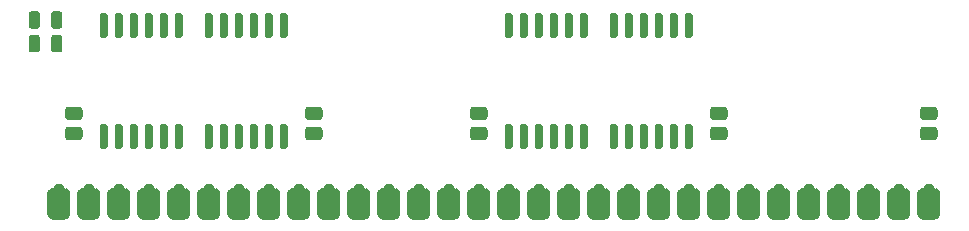
<source format=gts>
G04 #@! TF.GenerationSoftware,KiCad,Pcbnew,(5.1.10-1-10_14)*
G04 #@! TF.CreationDate,2021-07-02T02:33:54-04:00*
G04 #@! TF.ProjectId,GW4190-SOP,47573431-3930-42d5-934f-502e6b696361,2.0-SOP*
G04 #@! TF.SameCoordinates,Original*
G04 #@! TF.FileFunction,Soldermask,Top*
G04 #@! TF.FilePolarity,Negative*
%FSLAX46Y46*%
G04 Gerber Fmt 4.6, Leading zero omitted, Abs format (unit mm)*
G04 Created by KiCad (PCBNEW (5.1.10-1-10_14)) date 2021-07-02 02:33:54*
%MOMM*%
%LPD*%
G01*
G04 APERTURE LIST*
%ADD10C,0.952400*%
%ADD11C,0.100000*%
G04 APERTURE END LIST*
G36*
G01*
X82854800Y-100939600D02*
X82854800Y-99212400D01*
G75*
G02*
X83337400Y-98729800I482600J0D01*
G01*
X84302600Y-98729800D01*
G75*
G02*
X84785200Y-99212400I0J-482600D01*
G01*
X84785200Y-100939600D01*
G75*
G02*
X84302600Y-101422200I-482600J0D01*
G01*
X83337400Y-101422200D01*
G75*
G02*
X82854800Y-100939600I0J482600D01*
G01*
G37*
G36*
G01*
X85394800Y-100939600D02*
X85394800Y-99212400D01*
G75*
G02*
X85877400Y-98729800I482600J0D01*
G01*
X86842600Y-98729800D01*
G75*
G02*
X87325200Y-99212400I0J-482600D01*
G01*
X87325200Y-100939600D01*
G75*
G02*
X86842600Y-101422200I-482600J0D01*
G01*
X85877400Y-101422200D01*
G75*
G02*
X85394800Y-100939600I0J482600D01*
G01*
G37*
D10*
X88900000Y-98806000D03*
G36*
G01*
X108254800Y-100939600D02*
X108254800Y-99212400D01*
G75*
G02*
X108737400Y-98729800I482600J0D01*
G01*
X109702600Y-98729800D01*
G75*
G02*
X110185200Y-99212400I0J-482600D01*
G01*
X110185200Y-100939600D01*
G75*
G02*
X109702600Y-101422200I-482600J0D01*
G01*
X108737400Y-101422200D01*
G75*
G02*
X108254800Y-100939600I0J482600D01*
G01*
G37*
G36*
G01*
X93014800Y-100939600D02*
X93014800Y-99212400D01*
G75*
G02*
X93497400Y-98729800I482600J0D01*
G01*
X94462600Y-98729800D01*
G75*
G02*
X94945200Y-99212400I0J-482600D01*
G01*
X94945200Y-100939600D01*
G75*
G02*
X94462600Y-101422200I-482600J0D01*
G01*
X93497400Y-101422200D01*
G75*
G02*
X93014800Y-100939600I0J482600D01*
G01*
G37*
G36*
G01*
X110794800Y-100939600D02*
X110794800Y-99212400D01*
G75*
G02*
X111277400Y-98729800I482600J0D01*
G01*
X112242600Y-98729800D01*
G75*
G02*
X112725200Y-99212400I0J-482600D01*
G01*
X112725200Y-100939600D01*
G75*
G02*
X112242600Y-101422200I-482600J0D01*
G01*
X111277400Y-101422200D01*
G75*
G02*
X110794800Y-100939600I0J482600D01*
G01*
G37*
G36*
G01*
X146354800Y-100939600D02*
X146354800Y-99212400D01*
G75*
G02*
X146837400Y-98729800I482600J0D01*
G01*
X147802600Y-98729800D01*
G75*
G02*
X148285200Y-99212400I0J-482600D01*
G01*
X148285200Y-100939600D01*
G75*
G02*
X147802600Y-101422200I-482600J0D01*
G01*
X146837400Y-101422200D01*
G75*
G02*
X146354800Y-100939600I0J482600D01*
G01*
G37*
G36*
G01*
X113334800Y-100939600D02*
X113334800Y-99212400D01*
G75*
G02*
X113817400Y-98729800I482600J0D01*
G01*
X114782600Y-98729800D01*
G75*
G02*
X115265200Y-99212400I0J-482600D01*
G01*
X115265200Y-100939600D01*
G75*
G02*
X114782600Y-101422200I-482600J0D01*
G01*
X113817400Y-101422200D01*
G75*
G02*
X113334800Y-100939600I0J482600D01*
G01*
G37*
G36*
G01*
X115874800Y-100939600D02*
X115874800Y-99212400D01*
G75*
G02*
X116357400Y-98729800I482600J0D01*
G01*
X117322600Y-98729800D01*
G75*
G02*
X117805200Y-99212400I0J-482600D01*
G01*
X117805200Y-100939600D01*
G75*
G02*
X117322600Y-101422200I-482600J0D01*
G01*
X116357400Y-101422200D01*
G75*
G02*
X115874800Y-100939600I0J482600D01*
G01*
G37*
G36*
G01*
X90474800Y-100939600D02*
X90474800Y-99212400D01*
G75*
G02*
X90957400Y-98729800I482600J0D01*
G01*
X91922600Y-98729800D01*
G75*
G02*
X92405200Y-99212400I0J-482600D01*
G01*
X92405200Y-100939600D01*
G75*
G02*
X91922600Y-101422200I-482600J0D01*
G01*
X90957400Y-101422200D01*
G75*
G02*
X90474800Y-100939600I0J482600D01*
G01*
G37*
G36*
G01*
X153974800Y-100939600D02*
X153974800Y-99212400D01*
G75*
G02*
X154457400Y-98729800I482600J0D01*
G01*
X155422600Y-98729800D01*
G75*
G02*
X155905200Y-99212400I0J-482600D01*
G01*
X155905200Y-100939600D01*
G75*
G02*
X155422600Y-101422200I-482600J0D01*
G01*
X154457400Y-101422200D01*
G75*
G02*
X153974800Y-100939600I0J482600D01*
G01*
G37*
G36*
G01*
X87934800Y-100939600D02*
X87934800Y-99212400D01*
G75*
G02*
X88417400Y-98729800I482600J0D01*
G01*
X89382600Y-98729800D01*
G75*
G02*
X89865200Y-99212400I0J-482600D01*
G01*
X89865200Y-100939600D01*
G75*
G02*
X89382600Y-101422200I-482600J0D01*
G01*
X88417400Y-101422200D01*
G75*
G02*
X87934800Y-100939600I0J482600D01*
G01*
G37*
G36*
G01*
X141274800Y-100939600D02*
X141274800Y-99212400D01*
G75*
G02*
X141757400Y-98729800I482600J0D01*
G01*
X142722600Y-98729800D01*
G75*
G02*
X143205200Y-99212400I0J-482600D01*
G01*
X143205200Y-100939600D01*
G75*
G02*
X142722600Y-101422200I-482600J0D01*
G01*
X141757400Y-101422200D01*
G75*
G02*
X141274800Y-100939600I0J482600D01*
G01*
G37*
G36*
G01*
X120954800Y-100939600D02*
X120954800Y-99212400D01*
G75*
G02*
X121437400Y-98729800I482600J0D01*
G01*
X122402600Y-98729800D01*
G75*
G02*
X122885200Y-99212400I0J-482600D01*
G01*
X122885200Y-100939600D01*
G75*
G02*
X122402600Y-101422200I-482600J0D01*
G01*
X121437400Y-101422200D01*
G75*
G02*
X120954800Y-100939600I0J482600D01*
G01*
G37*
G36*
G01*
X131114800Y-100939600D02*
X131114800Y-99212400D01*
G75*
G02*
X131597400Y-98729800I482600J0D01*
G01*
X132562600Y-98729800D01*
G75*
G02*
X133045200Y-99212400I0J-482600D01*
G01*
X133045200Y-100939600D01*
G75*
G02*
X132562600Y-101422200I-482600J0D01*
G01*
X131597400Y-101422200D01*
G75*
G02*
X131114800Y-100939600I0J482600D01*
G01*
G37*
G36*
G01*
X138734800Y-100939600D02*
X138734800Y-99212400D01*
G75*
G02*
X139217400Y-98729800I482600J0D01*
G01*
X140182600Y-98729800D01*
G75*
G02*
X140665200Y-99212400I0J-482600D01*
G01*
X140665200Y-100939600D01*
G75*
G02*
X140182600Y-101422200I-482600J0D01*
G01*
X139217400Y-101422200D01*
G75*
G02*
X138734800Y-100939600I0J482600D01*
G01*
G37*
G36*
G01*
X103174800Y-100939600D02*
X103174800Y-99212400D01*
G75*
G02*
X103657400Y-98729800I482600J0D01*
G01*
X104622600Y-98729800D01*
G75*
G02*
X105105200Y-99212400I0J-482600D01*
G01*
X105105200Y-100939600D01*
G75*
G02*
X104622600Y-101422200I-482600J0D01*
G01*
X103657400Y-101422200D01*
G75*
G02*
X103174800Y-100939600I0J482600D01*
G01*
G37*
G36*
G01*
X126034800Y-100939600D02*
X126034800Y-99212400D01*
G75*
G02*
X126517400Y-98729800I482600J0D01*
G01*
X127482600Y-98729800D01*
G75*
G02*
X127965200Y-99212400I0J-482600D01*
G01*
X127965200Y-100939600D01*
G75*
G02*
X127482600Y-101422200I-482600J0D01*
G01*
X126517400Y-101422200D01*
G75*
G02*
X126034800Y-100939600I0J482600D01*
G01*
G37*
G36*
G01*
X133654800Y-100939600D02*
X133654800Y-99212400D01*
G75*
G02*
X134137400Y-98729800I482600J0D01*
G01*
X135102600Y-98729800D01*
G75*
G02*
X135585200Y-99212400I0J-482600D01*
G01*
X135585200Y-100939600D01*
G75*
G02*
X135102600Y-101422200I-482600J0D01*
G01*
X134137400Y-101422200D01*
G75*
G02*
X133654800Y-100939600I0J482600D01*
G01*
G37*
G36*
G01*
X128574800Y-100939600D02*
X128574800Y-99212400D01*
G75*
G02*
X129057400Y-98729800I482600J0D01*
G01*
X130022600Y-98729800D01*
G75*
G02*
X130505200Y-99212400I0J-482600D01*
G01*
X130505200Y-100939600D01*
G75*
G02*
X130022600Y-101422200I-482600J0D01*
G01*
X129057400Y-101422200D01*
G75*
G02*
X128574800Y-100939600I0J482600D01*
G01*
G37*
G36*
G01*
X105714800Y-100939600D02*
X105714800Y-99212400D01*
G75*
G02*
X106197400Y-98729800I482600J0D01*
G01*
X107162600Y-98729800D01*
G75*
G02*
X107645200Y-99212400I0J-482600D01*
G01*
X107645200Y-100939600D01*
G75*
G02*
X107162600Y-101422200I-482600J0D01*
G01*
X106197400Y-101422200D01*
G75*
G02*
X105714800Y-100939600I0J482600D01*
G01*
G37*
G36*
G01*
X136194800Y-100939600D02*
X136194800Y-99212400D01*
G75*
G02*
X136677400Y-98729800I482600J0D01*
G01*
X137642600Y-98729800D01*
G75*
G02*
X138125200Y-99212400I0J-482600D01*
G01*
X138125200Y-100939600D01*
G75*
G02*
X137642600Y-101422200I-482600J0D01*
G01*
X136677400Y-101422200D01*
G75*
G02*
X136194800Y-100939600I0J482600D01*
G01*
G37*
G36*
G01*
X95554800Y-100939600D02*
X95554800Y-99212400D01*
G75*
G02*
X96037400Y-98729800I482600J0D01*
G01*
X97002600Y-98729800D01*
G75*
G02*
X97485200Y-99212400I0J-482600D01*
G01*
X97485200Y-100939600D01*
G75*
G02*
X97002600Y-101422200I-482600J0D01*
G01*
X96037400Y-101422200D01*
G75*
G02*
X95554800Y-100939600I0J482600D01*
G01*
G37*
G36*
G01*
X123494800Y-100939600D02*
X123494800Y-99212400D01*
G75*
G02*
X123977400Y-98729800I482600J0D01*
G01*
X124942600Y-98729800D01*
G75*
G02*
X125425200Y-99212400I0J-482600D01*
G01*
X125425200Y-100939600D01*
G75*
G02*
X124942600Y-101422200I-482600J0D01*
G01*
X123977400Y-101422200D01*
G75*
G02*
X123494800Y-100939600I0J482600D01*
G01*
G37*
G36*
G01*
X98094800Y-100939600D02*
X98094800Y-99212400D01*
G75*
G02*
X98577400Y-98729800I482600J0D01*
G01*
X99542600Y-98729800D01*
G75*
G02*
X100025200Y-99212400I0J-482600D01*
G01*
X100025200Y-100939600D01*
G75*
G02*
X99542600Y-101422200I-482600J0D01*
G01*
X98577400Y-101422200D01*
G75*
G02*
X98094800Y-100939600I0J482600D01*
G01*
G37*
G36*
G01*
X100634800Y-100939600D02*
X100634800Y-99212400D01*
G75*
G02*
X101117400Y-98729800I482600J0D01*
G01*
X102082600Y-98729800D01*
G75*
G02*
X102565200Y-99212400I0J-482600D01*
G01*
X102565200Y-100939600D01*
G75*
G02*
X102082600Y-101422200I-482600J0D01*
G01*
X101117400Y-101422200D01*
G75*
G02*
X100634800Y-100939600I0J482600D01*
G01*
G37*
G36*
G01*
X148894800Y-100939600D02*
X148894800Y-99212400D01*
G75*
G02*
X149377400Y-98729800I482600J0D01*
G01*
X150342600Y-98729800D01*
G75*
G02*
X150825200Y-99212400I0J-482600D01*
G01*
X150825200Y-100939600D01*
G75*
G02*
X150342600Y-101422200I-482600J0D01*
G01*
X149377400Y-101422200D01*
G75*
G02*
X148894800Y-100939600I0J482600D01*
G01*
G37*
G36*
G01*
X151434800Y-100939600D02*
X151434800Y-99212400D01*
G75*
G02*
X151917400Y-98729800I482600J0D01*
G01*
X152882600Y-98729800D01*
G75*
G02*
X153365200Y-99212400I0J-482600D01*
G01*
X153365200Y-100939600D01*
G75*
G02*
X152882600Y-101422200I-482600J0D01*
G01*
X151917400Y-101422200D01*
G75*
G02*
X151434800Y-100939600I0J482600D01*
G01*
G37*
G36*
G01*
X156514800Y-100939600D02*
X156514800Y-99212400D01*
G75*
G02*
X156997400Y-98729800I482600J0D01*
G01*
X157962600Y-98729800D01*
G75*
G02*
X158445200Y-99212400I0J-482600D01*
G01*
X158445200Y-100939600D01*
G75*
G02*
X157962600Y-101422200I-482600J0D01*
G01*
X156997400Y-101422200D01*
G75*
G02*
X156514800Y-100939600I0J482600D01*
G01*
G37*
G36*
G01*
X118414800Y-100939600D02*
X118414800Y-99212400D01*
G75*
G02*
X118897400Y-98729800I482600J0D01*
G01*
X119862600Y-98729800D01*
G75*
G02*
X120345200Y-99212400I0J-482600D01*
G01*
X120345200Y-100939600D01*
G75*
G02*
X119862600Y-101422200I-482600J0D01*
G01*
X118897400Y-101422200D01*
G75*
G02*
X118414800Y-100939600I0J482600D01*
G01*
G37*
G36*
G01*
X143814800Y-100939600D02*
X143814800Y-99212400D01*
G75*
G02*
X144297400Y-98729800I482600J0D01*
G01*
X145262600Y-98729800D01*
G75*
G02*
X145745200Y-99212400I0J-482600D01*
G01*
X145745200Y-100939600D01*
G75*
G02*
X145262600Y-101422200I-482600J0D01*
G01*
X144297400Y-101422200D01*
G75*
G02*
X143814800Y-100939600I0J482600D01*
G01*
G37*
X86360000Y-98806000D03*
X83820000Y-98806000D03*
X93980000Y-98806000D03*
X91440000Y-98806000D03*
X96520000Y-98806000D03*
X99060000Y-98806000D03*
X104140000Y-98806000D03*
X101600000Y-98806000D03*
X109220000Y-98806000D03*
X106680000Y-98806000D03*
X111760000Y-98806000D03*
X116840000Y-98806000D03*
X114300000Y-98806000D03*
X119380000Y-98806000D03*
X124460000Y-98806000D03*
X121920000Y-98806000D03*
X127000000Y-98806000D03*
X149860000Y-98806000D03*
X147320000Y-98806000D03*
X152400000Y-98806000D03*
X134620000Y-98806000D03*
X132080000Y-98806000D03*
X137160000Y-98806000D03*
X142240000Y-98806000D03*
X139700000Y-98806000D03*
X144780000Y-98806000D03*
X129540000Y-98806000D03*
X154940000Y-98806000D03*
X157480000Y-98806000D03*
G36*
G01*
X85552500Y-92982000D02*
X84627500Y-92982000D01*
G75*
G02*
X84340000Y-92694500I0J287500D01*
G01*
X84340000Y-92119500D01*
G75*
G02*
X84627500Y-91832000I287500J0D01*
G01*
X85552500Y-91832000D01*
G75*
G02*
X85840000Y-92119500I0J-287500D01*
G01*
X85840000Y-92694500D01*
G75*
G02*
X85552500Y-92982000I-287500J0D01*
G01*
G37*
G36*
G01*
X85552500Y-94682000D02*
X84627500Y-94682000D01*
G75*
G02*
X84340000Y-94394500I0J287500D01*
G01*
X84340000Y-93819500D01*
G75*
G02*
X84627500Y-93532000I287500J0D01*
G01*
X85552500Y-93532000D01*
G75*
G02*
X85840000Y-93819500I0J-287500D01*
G01*
X85840000Y-94394500D01*
G75*
G02*
X85552500Y-94682000I-287500J0D01*
G01*
G37*
G36*
G01*
X105872500Y-92982000D02*
X104947500Y-92982000D01*
G75*
G02*
X104660000Y-92694500I0J287500D01*
G01*
X104660000Y-92119500D01*
G75*
G02*
X104947500Y-91832000I287500J0D01*
G01*
X105872500Y-91832000D01*
G75*
G02*
X106160000Y-92119500I0J-287500D01*
G01*
X106160000Y-92694500D01*
G75*
G02*
X105872500Y-92982000I-287500J0D01*
G01*
G37*
G36*
G01*
X105872500Y-94682000D02*
X104947500Y-94682000D01*
G75*
G02*
X104660000Y-94394500I0J287500D01*
G01*
X104660000Y-93819500D01*
G75*
G02*
X104947500Y-93532000I287500J0D01*
G01*
X105872500Y-93532000D01*
G75*
G02*
X106160000Y-93819500I0J-287500D01*
G01*
X106160000Y-94394500D01*
G75*
G02*
X105872500Y-94682000I-287500J0D01*
G01*
G37*
G36*
G01*
X119842500Y-92982000D02*
X118917500Y-92982000D01*
G75*
G02*
X118630000Y-92694500I0J287500D01*
G01*
X118630000Y-92119500D01*
G75*
G02*
X118917500Y-91832000I287500J0D01*
G01*
X119842500Y-91832000D01*
G75*
G02*
X120130000Y-92119500I0J-287500D01*
G01*
X120130000Y-92694500D01*
G75*
G02*
X119842500Y-92982000I-287500J0D01*
G01*
G37*
G36*
G01*
X119842500Y-94682000D02*
X118917500Y-94682000D01*
G75*
G02*
X118630000Y-94394500I0J287500D01*
G01*
X118630000Y-93819500D01*
G75*
G02*
X118917500Y-93532000I287500J0D01*
G01*
X119842500Y-93532000D01*
G75*
G02*
X120130000Y-93819500I0J-287500D01*
G01*
X120130000Y-94394500D01*
G75*
G02*
X119842500Y-94682000I-287500J0D01*
G01*
G37*
G36*
G01*
X157942500Y-92982000D02*
X157017500Y-92982000D01*
G75*
G02*
X156730000Y-92694500I0J287500D01*
G01*
X156730000Y-92119500D01*
G75*
G02*
X157017500Y-91832000I287500J0D01*
G01*
X157942500Y-91832000D01*
G75*
G02*
X158230000Y-92119500I0J-287500D01*
G01*
X158230000Y-92694500D01*
G75*
G02*
X157942500Y-92982000I-287500J0D01*
G01*
G37*
G36*
G01*
X157942500Y-94682000D02*
X157017500Y-94682000D01*
G75*
G02*
X156730000Y-94394500I0J287500D01*
G01*
X156730000Y-93819500D01*
G75*
G02*
X157017500Y-93532000I287500J0D01*
G01*
X157942500Y-93532000D01*
G75*
G02*
X158230000Y-93819500I0J-287500D01*
G01*
X158230000Y-94394500D01*
G75*
G02*
X157942500Y-94682000I-287500J0D01*
G01*
G37*
G36*
G01*
X140162500Y-92982000D02*
X139237500Y-92982000D01*
G75*
G02*
X138950000Y-92694500I0J287500D01*
G01*
X138950000Y-92119500D01*
G75*
G02*
X139237500Y-91832000I287500J0D01*
G01*
X140162500Y-91832000D01*
G75*
G02*
X140450000Y-92119500I0J-287500D01*
G01*
X140450000Y-92694500D01*
G75*
G02*
X140162500Y-92982000I-287500J0D01*
G01*
G37*
G36*
G01*
X140162500Y-94682000D02*
X139237500Y-94682000D01*
G75*
G02*
X138950000Y-94394500I0J287500D01*
G01*
X138950000Y-93819500D01*
G75*
G02*
X139237500Y-93532000I287500J0D01*
G01*
X140162500Y-93532000D01*
G75*
G02*
X140450000Y-93819500I0J-287500D01*
G01*
X140450000Y-94394500D01*
G75*
G02*
X140162500Y-94682000I-287500J0D01*
G01*
G37*
G36*
G01*
X82225000Y-85987500D02*
X82225000Y-87012500D01*
G75*
G02*
X81987500Y-87250000I-237500J0D01*
G01*
X81512500Y-87250000D01*
G75*
G02*
X81275000Y-87012500I0J237500D01*
G01*
X81275000Y-85987500D01*
G75*
G02*
X81512500Y-85750000I237500J0D01*
G01*
X81987500Y-85750000D01*
G75*
G02*
X82225000Y-85987500I0J-237500D01*
G01*
G37*
G36*
G01*
X84125000Y-85987500D02*
X84125000Y-87012500D01*
G75*
G02*
X83887500Y-87250000I-237500J0D01*
G01*
X83412500Y-87250000D01*
G75*
G02*
X83175000Y-87012500I0J237500D01*
G01*
X83175000Y-85987500D01*
G75*
G02*
X83412500Y-85750000I237500J0D01*
G01*
X83887500Y-85750000D01*
G75*
G02*
X84125000Y-85987500I0J-237500D01*
G01*
G37*
G36*
G01*
X83175000Y-85012500D02*
X83175000Y-83987500D01*
G75*
G02*
X83412500Y-83750000I237500J0D01*
G01*
X83887500Y-83750000D01*
G75*
G02*
X84125000Y-83987500I0J-237500D01*
G01*
X84125000Y-85012500D01*
G75*
G02*
X83887500Y-85250000I-237500J0D01*
G01*
X83412500Y-85250000D01*
G75*
G02*
X83175000Y-85012500I0J237500D01*
G01*
G37*
G36*
G01*
X81275000Y-85012500D02*
X81275000Y-83987500D01*
G75*
G02*
X81512500Y-83750000I237500J0D01*
G01*
X81987500Y-83750000D01*
G75*
G02*
X82225000Y-83987500I0J-237500D01*
G01*
X82225000Y-85012500D01*
G75*
G02*
X81987500Y-85250000I-237500J0D01*
G01*
X81512500Y-85250000D01*
G75*
G02*
X81275000Y-85012500I0J237500D01*
G01*
G37*
G36*
G01*
X122095000Y-95427000D02*
X121745000Y-95427000D01*
G75*
G02*
X121570000Y-95252000I0J175000D01*
G01*
X121570000Y-93470000D01*
G75*
G02*
X121745000Y-93295000I175000J0D01*
G01*
X122095000Y-93295000D01*
G75*
G02*
X122270000Y-93470000I0J-175000D01*
G01*
X122270000Y-95252000D01*
G75*
G02*
X122095000Y-95427000I-175000J0D01*
G01*
G37*
G36*
G01*
X123365000Y-95427000D02*
X123015000Y-95427000D01*
G75*
G02*
X122840000Y-95252000I0J175000D01*
G01*
X122840000Y-93470000D01*
G75*
G02*
X123015000Y-93295000I175000J0D01*
G01*
X123365000Y-93295000D01*
G75*
G02*
X123540000Y-93470000I0J-175000D01*
G01*
X123540000Y-95252000D01*
G75*
G02*
X123365000Y-95427000I-175000J0D01*
G01*
G37*
G36*
G01*
X124635000Y-95427000D02*
X124285000Y-95427000D01*
G75*
G02*
X124110000Y-95252000I0J175000D01*
G01*
X124110000Y-93470000D01*
G75*
G02*
X124285000Y-93295000I175000J0D01*
G01*
X124635000Y-93295000D01*
G75*
G02*
X124810000Y-93470000I0J-175000D01*
G01*
X124810000Y-95252000D01*
G75*
G02*
X124635000Y-95427000I-175000J0D01*
G01*
G37*
G36*
G01*
X125905000Y-95427000D02*
X125555000Y-95427000D01*
G75*
G02*
X125380000Y-95252000I0J175000D01*
G01*
X125380000Y-93470000D01*
G75*
G02*
X125555000Y-93295000I175000J0D01*
G01*
X125905000Y-93295000D01*
G75*
G02*
X126080000Y-93470000I0J-175000D01*
G01*
X126080000Y-95252000D01*
G75*
G02*
X125905000Y-95427000I-175000J0D01*
G01*
G37*
G36*
G01*
X127175000Y-95427000D02*
X126825000Y-95427000D01*
G75*
G02*
X126650000Y-95252000I0J175000D01*
G01*
X126650000Y-93470000D01*
G75*
G02*
X126825000Y-93295000I175000J0D01*
G01*
X127175000Y-93295000D01*
G75*
G02*
X127350000Y-93470000I0J-175000D01*
G01*
X127350000Y-95252000D01*
G75*
G02*
X127175000Y-95427000I-175000J0D01*
G01*
G37*
G36*
G01*
X128445000Y-95427000D02*
X128095000Y-95427000D01*
G75*
G02*
X127920000Y-95252000I0J175000D01*
G01*
X127920000Y-93470000D01*
G75*
G02*
X128095000Y-93295000I175000J0D01*
G01*
X128445000Y-93295000D01*
G75*
G02*
X128620000Y-93470000I0J-175000D01*
G01*
X128620000Y-95252000D01*
G75*
G02*
X128445000Y-95427000I-175000J0D01*
G01*
G37*
G36*
G01*
X130985000Y-95427000D02*
X130635000Y-95427000D01*
G75*
G02*
X130460000Y-95252000I0J175000D01*
G01*
X130460000Y-93470000D01*
G75*
G02*
X130635000Y-93295000I175000J0D01*
G01*
X130985000Y-93295000D01*
G75*
G02*
X131160000Y-93470000I0J-175000D01*
G01*
X131160000Y-95252000D01*
G75*
G02*
X130985000Y-95427000I-175000J0D01*
G01*
G37*
G36*
G01*
X132255000Y-95427000D02*
X131905000Y-95427000D01*
G75*
G02*
X131730000Y-95252000I0J175000D01*
G01*
X131730000Y-93470000D01*
G75*
G02*
X131905000Y-93295000I175000J0D01*
G01*
X132255000Y-93295000D01*
G75*
G02*
X132430000Y-93470000I0J-175000D01*
G01*
X132430000Y-95252000D01*
G75*
G02*
X132255000Y-95427000I-175000J0D01*
G01*
G37*
G36*
G01*
X133525000Y-95427000D02*
X133175000Y-95427000D01*
G75*
G02*
X133000000Y-95252000I0J175000D01*
G01*
X133000000Y-93470000D01*
G75*
G02*
X133175000Y-93295000I175000J0D01*
G01*
X133525000Y-93295000D01*
G75*
G02*
X133700000Y-93470000I0J-175000D01*
G01*
X133700000Y-95252000D01*
G75*
G02*
X133525000Y-95427000I-175000J0D01*
G01*
G37*
G36*
G01*
X134795000Y-95427000D02*
X134445000Y-95427000D01*
G75*
G02*
X134270000Y-95252000I0J175000D01*
G01*
X134270000Y-93470000D01*
G75*
G02*
X134445000Y-93295000I175000J0D01*
G01*
X134795000Y-93295000D01*
G75*
G02*
X134970000Y-93470000I0J-175000D01*
G01*
X134970000Y-95252000D01*
G75*
G02*
X134795000Y-95427000I-175000J0D01*
G01*
G37*
G36*
G01*
X136065000Y-95427000D02*
X135715000Y-95427000D01*
G75*
G02*
X135540000Y-95252000I0J175000D01*
G01*
X135540000Y-93470000D01*
G75*
G02*
X135715000Y-93295000I175000J0D01*
G01*
X136065000Y-93295000D01*
G75*
G02*
X136240000Y-93470000I0J-175000D01*
G01*
X136240000Y-95252000D01*
G75*
G02*
X136065000Y-95427000I-175000J0D01*
G01*
G37*
G36*
G01*
X137335000Y-95427000D02*
X136985000Y-95427000D01*
G75*
G02*
X136810000Y-95252000I0J175000D01*
G01*
X136810000Y-93470000D01*
G75*
G02*
X136985000Y-93295000I175000J0D01*
G01*
X137335000Y-93295000D01*
G75*
G02*
X137510000Y-93470000I0J-175000D01*
G01*
X137510000Y-95252000D01*
G75*
G02*
X137335000Y-95427000I-175000J0D01*
G01*
G37*
G36*
G01*
X137335000Y-86029000D02*
X136985000Y-86029000D01*
G75*
G02*
X136810000Y-85854000I0J175000D01*
G01*
X136810000Y-84072000D01*
G75*
G02*
X136985000Y-83897000I175000J0D01*
G01*
X137335000Y-83897000D01*
G75*
G02*
X137510000Y-84072000I0J-175000D01*
G01*
X137510000Y-85854000D01*
G75*
G02*
X137335000Y-86029000I-175000J0D01*
G01*
G37*
G36*
G01*
X136065000Y-86029000D02*
X135715000Y-86029000D01*
G75*
G02*
X135540000Y-85854000I0J175000D01*
G01*
X135540000Y-84072000D01*
G75*
G02*
X135715000Y-83897000I175000J0D01*
G01*
X136065000Y-83897000D01*
G75*
G02*
X136240000Y-84072000I0J-175000D01*
G01*
X136240000Y-85854000D01*
G75*
G02*
X136065000Y-86029000I-175000J0D01*
G01*
G37*
G36*
G01*
X134795000Y-86029000D02*
X134445000Y-86029000D01*
G75*
G02*
X134270000Y-85854000I0J175000D01*
G01*
X134270000Y-84072000D01*
G75*
G02*
X134445000Y-83897000I175000J0D01*
G01*
X134795000Y-83897000D01*
G75*
G02*
X134970000Y-84072000I0J-175000D01*
G01*
X134970000Y-85854000D01*
G75*
G02*
X134795000Y-86029000I-175000J0D01*
G01*
G37*
G36*
G01*
X133525000Y-86029000D02*
X133175000Y-86029000D01*
G75*
G02*
X133000000Y-85854000I0J175000D01*
G01*
X133000000Y-84072000D01*
G75*
G02*
X133175000Y-83897000I175000J0D01*
G01*
X133525000Y-83897000D01*
G75*
G02*
X133700000Y-84072000I0J-175000D01*
G01*
X133700000Y-85854000D01*
G75*
G02*
X133525000Y-86029000I-175000J0D01*
G01*
G37*
G36*
G01*
X132255000Y-86029000D02*
X131905000Y-86029000D01*
G75*
G02*
X131730000Y-85854000I0J175000D01*
G01*
X131730000Y-84072000D01*
G75*
G02*
X131905000Y-83897000I175000J0D01*
G01*
X132255000Y-83897000D01*
G75*
G02*
X132430000Y-84072000I0J-175000D01*
G01*
X132430000Y-85854000D01*
G75*
G02*
X132255000Y-86029000I-175000J0D01*
G01*
G37*
G36*
G01*
X130985000Y-86029000D02*
X130635000Y-86029000D01*
G75*
G02*
X130460000Y-85854000I0J175000D01*
G01*
X130460000Y-84072000D01*
G75*
G02*
X130635000Y-83897000I175000J0D01*
G01*
X130985000Y-83897000D01*
G75*
G02*
X131160000Y-84072000I0J-175000D01*
G01*
X131160000Y-85854000D01*
G75*
G02*
X130985000Y-86029000I-175000J0D01*
G01*
G37*
G36*
G01*
X128445000Y-86029000D02*
X128095000Y-86029000D01*
G75*
G02*
X127920000Y-85854000I0J175000D01*
G01*
X127920000Y-84072000D01*
G75*
G02*
X128095000Y-83897000I175000J0D01*
G01*
X128445000Y-83897000D01*
G75*
G02*
X128620000Y-84072000I0J-175000D01*
G01*
X128620000Y-85854000D01*
G75*
G02*
X128445000Y-86029000I-175000J0D01*
G01*
G37*
G36*
G01*
X127175000Y-86029000D02*
X126825000Y-86029000D01*
G75*
G02*
X126650000Y-85854000I0J175000D01*
G01*
X126650000Y-84072000D01*
G75*
G02*
X126825000Y-83897000I175000J0D01*
G01*
X127175000Y-83897000D01*
G75*
G02*
X127350000Y-84072000I0J-175000D01*
G01*
X127350000Y-85854000D01*
G75*
G02*
X127175000Y-86029000I-175000J0D01*
G01*
G37*
G36*
G01*
X125905000Y-86029000D02*
X125555000Y-86029000D01*
G75*
G02*
X125380000Y-85854000I0J175000D01*
G01*
X125380000Y-84072000D01*
G75*
G02*
X125555000Y-83897000I175000J0D01*
G01*
X125905000Y-83897000D01*
G75*
G02*
X126080000Y-84072000I0J-175000D01*
G01*
X126080000Y-85854000D01*
G75*
G02*
X125905000Y-86029000I-175000J0D01*
G01*
G37*
G36*
G01*
X124635000Y-86029000D02*
X124285000Y-86029000D01*
G75*
G02*
X124110000Y-85854000I0J175000D01*
G01*
X124110000Y-84072000D01*
G75*
G02*
X124285000Y-83897000I175000J0D01*
G01*
X124635000Y-83897000D01*
G75*
G02*
X124810000Y-84072000I0J-175000D01*
G01*
X124810000Y-85854000D01*
G75*
G02*
X124635000Y-86029000I-175000J0D01*
G01*
G37*
G36*
G01*
X123365000Y-86029000D02*
X123015000Y-86029000D01*
G75*
G02*
X122840000Y-85854000I0J175000D01*
G01*
X122840000Y-84072000D01*
G75*
G02*
X123015000Y-83897000I175000J0D01*
G01*
X123365000Y-83897000D01*
G75*
G02*
X123540000Y-84072000I0J-175000D01*
G01*
X123540000Y-85854000D01*
G75*
G02*
X123365000Y-86029000I-175000J0D01*
G01*
G37*
G36*
G01*
X122095000Y-86029000D02*
X121745000Y-86029000D01*
G75*
G02*
X121570000Y-85854000I0J175000D01*
G01*
X121570000Y-84072000D01*
G75*
G02*
X121745000Y-83897000I175000J0D01*
G01*
X122095000Y-83897000D01*
G75*
G02*
X122270000Y-84072000I0J-175000D01*
G01*
X122270000Y-85854000D01*
G75*
G02*
X122095000Y-86029000I-175000J0D01*
G01*
G37*
G36*
G01*
X87805000Y-86029000D02*
X87455000Y-86029000D01*
G75*
G02*
X87280000Y-85854000I0J175000D01*
G01*
X87280000Y-84072000D01*
G75*
G02*
X87455000Y-83897000I175000J0D01*
G01*
X87805000Y-83897000D01*
G75*
G02*
X87980000Y-84072000I0J-175000D01*
G01*
X87980000Y-85854000D01*
G75*
G02*
X87805000Y-86029000I-175000J0D01*
G01*
G37*
G36*
G01*
X89075000Y-86029000D02*
X88725000Y-86029000D01*
G75*
G02*
X88550000Y-85854000I0J175000D01*
G01*
X88550000Y-84072000D01*
G75*
G02*
X88725000Y-83897000I175000J0D01*
G01*
X89075000Y-83897000D01*
G75*
G02*
X89250000Y-84072000I0J-175000D01*
G01*
X89250000Y-85854000D01*
G75*
G02*
X89075000Y-86029000I-175000J0D01*
G01*
G37*
G36*
G01*
X90345000Y-86029000D02*
X89995000Y-86029000D01*
G75*
G02*
X89820000Y-85854000I0J175000D01*
G01*
X89820000Y-84072000D01*
G75*
G02*
X89995000Y-83897000I175000J0D01*
G01*
X90345000Y-83897000D01*
G75*
G02*
X90520000Y-84072000I0J-175000D01*
G01*
X90520000Y-85854000D01*
G75*
G02*
X90345000Y-86029000I-175000J0D01*
G01*
G37*
G36*
G01*
X91615000Y-86029000D02*
X91265000Y-86029000D01*
G75*
G02*
X91090000Y-85854000I0J175000D01*
G01*
X91090000Y-84072000D01*
G75*
G02*
X91265000Y-83897000I175000J0D01*
G01*
X91615000Y-83897000D01*
G75*
G02*
X91790000Y-84072000I0J-175000D01*
G01*
X91790000Y-85854000D01*
G75*
G02*
X91615000Y-86029000I-175000J0D01*
G01*
G37*
G36*
G01*
X92885000Y-86029000D02*
X92535000Y-86029000D01*
G75*
G02*
X92360000Y-85854000I0J175000D01*
G01*
X92360000Y-84072000D01*
G75*
G02*
X92535000Y-83897000I175000J0D01*
G01*
X92885000Y-83897000D01*
G75*
G02*
X93060000Y-84072000I0J-175000D01*
G01*
X93060000Y-85854000D01*
G75*
G02*
X92885000Y-86029000I-175000J0D01*
G01*
G37*
G36*
G01*
X94155000Y-86029000D02*
X93805000Y-86029000D01*
G75*
G02*
X93630000Y-85854000I0J175000D01*
G01*
X93630000Y-84072000D01*
G75*
G02*
X93805000Y-83897000I175000J0D01*
G01*
X94155000Y-83897000D01*
G75*
G02*
X94330000Y-84072000I0J-175000D01*
G01*
X94330000Y-85854000D01*
G75*
G02*
X94155000Y-86029000I-175000J0D01*
G01*
G37*
G36*
G01*
X96695000Y-86029000D02*
X96345000Y-86029000D01*
G75*
G02*
X96170000Y-85854000I0J175000D01*
G01*
X96170000Y-84072000D01*
G75*
G02*
X96345000Y-83897000I175000J0D01*
G01*
X96695000Y-83897000D01*
G75*
G02*
X96870000Y-84072000I0J-175000D01*
G01*
X96870000Y-85854000D01*
G75*
G02*
X96695000Y-86029000I-175000J0D01*
G01*
G37*
G36*
G01*
X97965000Y-86029000D02*
X97615000Y-86029000D01*
G75*
G02*
X97440000Y-85854000I0J175000D01*
G01*
X97440000Y-84072000D01*
G75*
G02*
X97615000Y-83897000I175000J0D01*
G01*
X97965000Y-83897000D01*
G75*
G02*
X98140000Y-84072000I0J-175000D01*
G01*
X98140000Y-85854000D01*
G75*
G02*
X97965000Y-86029000I-175000J0D01*
G01*
G37*
G36*
G01*
X99235000Y-86029000D02*
X98885000Y-86029000D01*
G75*
G02*
X98710000Y-85854000I0J175000D01*
G01*
X98710000Y-84072000D01*
G75*
G02*
X98885000Y-83897000I175000J0D01*
G01*
X99235000Y-83897000D01*
G75*
G02*
X99410000Y-84072000I0J-175000D01*
G01*
X99410000Y-85854000D01*
G75*
G02*
X99235000Y-86029000I-175000J0D01*
G01*
G37*
G36*
G01*
X100505000Y-86029000D02*
X100155000Y-86029000D01*
G75*
G02*
X99980000Y-85854000I0J175000D01*
G01*
X99980000Y-84072000D01*
G75*
G02*
X100155000Y-83897000I175000J0D01*
G01*
X100505000Y-83897000D01*
G75*
G02*
X100680000Y-84072000I0J-175000D01*
G01*
X100680000Y-85854000D01*
G75*
G02*
X100505000Y-86029000I-175000J0D01*
G01*
G37*
G36*
G01*
X101775000Y-86029000D02*
X101425000Y-86029000D01*
G75*
G02*
X101250000Y-85854000I0J175000D01*
G01*
X101250000Y-84072000D01*
G75*
G02*
X101425000Y-83897000I175000J0D01*
G01*
X101775000Y-83897000D01*
G75*
G02*
X101950000Y-84072000I0J-175000D01*
G01*
X101950000Y-85854000D01*
G75*
G02*
X101775000Y-86029000I-175000J0D01*
G01*
G37*
G36*
G01*
X103045000Y-86029000D02*
X102695000Y-86029000D01*
G75*
G02*
X102520000Y-85854000I0J175000D01*
G01*
X102520000Y-84072000D01*
G75*
G02*
X102695000Y-83897000I175000J0D01*
G01*
X103045000Y-83897000D01*
G75*
G02*
X103220000Y-84072000I0J-175000D01*
G01*
X103220000Y-85854000D01*
G75*
G02*
X103045000Y-86029000I-175000J0D01*
G01*
G37*
G36*
G01*
X103045000Y-95427000D02*
X102695000Y-95427000D01*
G75*
G02*
X102520000Y-95252000I0J175000D01*
G01*
X102520000Y-93470000D01*
G75*
G02*
X102695000Y-93295000I175000J0D01*
G01*
X103045000Y-93295000D01*
G75*
G02*
X103220000Y-93470000I0J-175000D01*
G01*
X103220000Y-95252000D01*
G75*
G02*
X103045000Y-95427000I-175000J0D01*
G01*
G37*
G36*
G01*
X101775000Y-95427000D02*
X101425000Y-95427000D01*
G75*
G02*
X101250000Y-95252000I0J175000D01*
G01*
X101250000Y-93470000D01*
G75*
G02*
X101425000Y-93295000I175000J0D01*
G01*
X101775000Y-93295000D01*
G75*
G02*
X101950000Y-93470000I0J-175000D01*
G01*
X101950000Y-95252000D01*
G75*
G02*
X101775000Y-95427000I-175000J0D01*
G01*
G37*
G36*
G01*
X100505000Y-95427000D02*
X100155000Y-95427000D01*
G75*
G02*
X99980000Y-95252000I0J175000D01*
G01*
X99980000Y-93470000D01*
G75*
G02*
X100155000Y-93295000I175000J0D01*
G01*
X100505000Y-93295000D01*
G75*
G02*
X100680000Y-93470000I0J-175000D01*
G01*
X100680000Y-95252000D01*
G75*
G02*
X100505000Y-95427000I-175000J0D01*
G01*
G37*
G36*
G01*
X99235000Y-95427000D02*
X98885000Y-95427000D01*
G75*
G02*
X98710000Y-95252000I0J175000D01*
G01*
X98710000Y-93470000D01*
G75*
G02*
X98885000Y-93295000I175000J0D01*
G01*
X99235000Y-93295000D01*
G75*
G02*
X99410000Y-93470000I0J-175000D01*
G01*
X99410000Y-95252000D01*
G75*
G02*
X99235000Y-95427000I-175000J0D01*
G01*
G37*
G36*
G01*
X97965000Y-95427000D02*
X97615000Y-95427000D01*
G75*
G02*
X97440000Y-95252000I0J175000D01*
G01*
X97440000Y-93470000D01*
G75*
G02*
X97615000Y-93295000I175000J0D01*
G01*
X97965000Y-93295000D01*
G75*
G02*
X98140000Y-93470000I0J-175000D01*
G01*
X98140000Y-95252000D01*
G75*
G02*
X97965000Y-95427000I-175000J0D01*
G01*
G37*
G36*
G01*
X96695000Y-95427000D02*
X96345000Y-95427000D01*
G75*
G02*
X96170000Y-95252000I0J175000D01*
G01*
X96170000Y-93470000D01*
G75*
G02*
X96345000Y-93295000I175000J0D01*
G01*
X96695000Y-93295000D01*
G75*
G02*
X96870000Y-93470000I0J-175000D01*
G01*
X96870000Y-95252000D01*
G75*
G02*
X96695000Y-95427000I-175000J0D01*
G01*
G37*
G36*
G01*
X94155000Y-95427000D02*
X93805000Y-95427000D01*
G75*
G02*
X93630000Y-95252000I0J175000D01*
G01*
X93630000Y-93470000D01*
G75*
G02*
X93805000Y-93295000I175000J0D01*
G01*
X94155000Y-93295000D01*
G75*
G02*
X94330000Y-93470000I0J-175000D01*
G01*
X94330000Y-95252000D01*
G75*
G02*
X94155000Y-95427000I-175000J0D01*
G01*
G37*
G36*
G01*
X92885000Y-95427000D02*
X92535000Y-95427000D01*
G75*
G02*
X92360000Y-95252000I0J175000D01*
G01*
X92360000Y-93470000D01*
G75*
G02*
X92535000Y-93295000I175000J0D01*
G01*
X92885000Y-93295000D01*
G75*
G02*
X93060000Y-93470000I0J-175000D01*
G01*
X93060000Y-95252000D01*
G75*
G02*
X92885000Y-95427000I-175000J0D01*
G01*
G37*
G36*
G01*
X91615000Y-95427000D02*
X91265000Y-95427000D01*
G75*
G02*
X91090000Y-95252000I0J175000D01*
G01*
X91090000Y-93470000D01*
G75*
G02*
X91265000Y-93295000I175000J0D01*
G01*
X91615000Y-93295000D01*
G75*
G02*
X91790000Y-93470000I0J-175000D01*
G01*
X91790000Y-95252000D01*
G75*
G02*
X91615000Y-95427000I-175000J0D01*
G01*
G37*
G36*
G01*
X90345000Y-95427000D02*
X89995000Y-95427000D01*
G75*
G02*
X89820000Y-95252000I0J175000D01*
G01*
X89820000Y-93470000D01*
G75*
G02*
X89995000Y-93295000I175000J0D01*
G01*
X90345000Y-93295000D01*
G75*
G02*
X90520000Y-93470000I0J-175000D01*
G01*
X90520000Y-95252000D01*
G75*
G02*
X90345000Y-95427000I-175000J0D01*
G01*
G37*
G36*
G01*
X89075000Y-95427000D02*
X88725000Y-95427000D01*
G75*
G02*
X88550000Y-95252000I0J175000D01*
G01*
X88550000Y-93470000D01*
G75*
G02*
X88725000Y-93295000I175000J0D01*
G01*
X89075000Y-93295000D01*
G75*
G02*
X89250000Y-93470000I0J-175000D01*
G01*
X89250000Y-95252000D01*
G75*
G02*
X89075000Y-95427000I-175000J0D01*
G01*
G37*
G36*
G01*
X87805000Y-95427000D02*
X87455000Y-95427000D01*
G75*
G02*
X87280000Y-95252000I0J175000D01*
G01*
X87280000Y-93470000D01*
G75*
G02*
X87455000Y-93295000I175000J0D01*
G01*
X87805000Y-93295000D01*
G75*
G02*
X87980000Y-93470000I0J-175000D01*
G01*
X87980000Y-95252000D01*
G75*
G02*
X87805000Y-95427000I-175000J0D01*
G01*
G37*
D11*
G36*
X83362407Y-98684071D02*
G01*
X83362782Y-98685678D01*
X83353928Y-98730190D01*
X83351966Y-98731800D01*
X83337494Y-98731800D01*
X83243644Y-98741043D01*
X83153486Y-98768393D01*
X83070398Y-98812804D01*
X82997571Y-98872571D01*
X82937804Y-98945398D01*
X82893393Y-99028486D01*
X82866043Y-99118644D01*
X82856790Y-99212596D01*
X82855625Y-99214222D01*
X82853635Y-99214026D01*
X82852800Y-99212400D01*
X82852800Y-99183767D01*
X82852810Y-99183571D01*
X82861774Y-99092560D01*
X82861850Y-99092175D01*
X82887489Y-99007651D01*
X82887639Y-99007289D01*
X82929274Y-98929397D01*
X82929492Y-98929071D01*
X82985521Y-98860798D01*
X82985798Y-98860521D01*
X83054071Y-98804492D01*
X83054397Y-98804274D01*
X83132289Y-98762639D01*
X83132651Y-98762489D01*
X83217174Y-98736850D01*
X83217559Y-98736774D01*
X83305979Y-98728065D01*
X83317907Y-98725693D01*
X83329042Y-98721080D01*
X83339065Y-98714383D01*
X83347587Y-98705861D01*
X83354284Y-98695838D01*
X83358972Y-98684523D01*
X83360559Y-98683305D01*
X83362407Y-98684071D01*
G37*
G36*
X85902407Y-98684071D02*
G01*
X85902782Y-98685678D01*
X85893928Y-98730190D01*
X85891966Y-98731800D01*
X85877494Y-98731800D01*
X85783644Y-98741043D01*
X85693486Y-98768393D01*
X85610398Y-98812804D01*
X85537571Y-98872571D01*
X85477804Y-98945398D01*
X85433393Y-99028486D01*
X85406043Y-99118644D01*
X85396790Y-99212596D01*
X85395625Y-99214222D01*
X85393635Y-99214026D01*
X85392800Y-99212400D01*
X85392800Y-99183767D01*
X85392810Y-99183571D01*
X85401774Y-99092560D01*
X85401850Y-99092175D01*
X85427489Y-99007651D01*
X85427639Y-99007289D01*
X85469274Y-98929397D01*
X85469492Y-98929071D01*
X85525521Y-98860798D01*
X85525798Y-98860521D01*
X85594071Y-98804492D01*
X85594397Y-98804274D01*
X85672289Y-98762639D01*
X85672651Y-98762489D01*
X85757174Y-98736850D01*
X85757559Y-98736774D01*
X85845979Y-98728065D01*
X85857907Y-98725693D01*
X85869042Y-98721080D01*
X85879065Y-98714383D01*
X85887587Y-98705861D01*
X85894284Y-98695838D01*
X85898972Y-98684523D01*
X85900559Y-98683305D01*
X85902407Y-98684071D01*
G37*
G36*
X88442407Y-98684071D02*
G01*
X88442782Y-98685678D01*
X88433928Y-98730190D01*
X88431966Y-98731800D01*
X88417494Y-98731800D01*
X88323644Y-98741043D01*
X88233486Y-98768393D01*
X88150398Y-98812804D01*
X88077571Y-98872571D01*
X88017804Y-98945398D01*
X87973393Y-99028486D01*
X87946043Y-99118644D01*
X87936790Y-99212596D01*
X87935625Y-99214222D01*
X87933635Y-99214026D01*
X87932800Y-99212400D01*
X87932800Y-99183767D01*
X87932810Y-99183571D01*
X87941774Y-99092560D01*
X87941850Y-99092175D01*
X87967489Y-99007651D01*
X87967639Y-99007289D01*
X88009274Y-98929397D01*
X88009492Y-98929071D01*
X88065521Y-98860798D01*
X88065798Y-98860521D01*
X88134071Y-98804492D01*
X88134397Y-98804274D01*
X88212289Y-98762639D01*
X88212651Y-98762489D01*
X88297174Y-98736850D01*
X88297559Y-98736774D01*
X88385979Y-98728065D01*
X88397907Y-98725693D01*
X88409042Y-98721080D01*
X88419065Y-98714383D01*
X88427587Y-98705861D01*
X88434284Y-98695838D01*
X88438972Y-98684523D01*
X88440559Y-98683305D01*
X88442407Y-98684071D01*
G37*
G36*
X90982407Y-98684071D02*
G01*
X90982782Y-98685678D01*
X90973928Y-98730190D01*
X90971966Y-98731800D01*
X90957494Y-98731800D01*
X90863644Y-98741043D01*
X90773486Y-98768393D01*
X90690398Y-98812804D01*
X90617571Y-98872571D01*
X90557804Y-98945398D01*
X90513393Y-99028486D01*
X90486043Y-99118644D01*
X90476790Y-99212596D01*
X90475625Y-99214222D01*
X90473635Y-99214026D01*
X90472800Y-99212400D01*
X90472800Y-99183767D01*
X90472810Y-99183571D01*
X90481774Y-99092560D01*
X90481850Y-99092175D01*
X90507489Y-99007651D01*
X90507639Y-99007289D01*
X90549274Y-98929397D01*
X90549492Y-98929071D01*
X90605521Y-98860798D01*
X90605798Y-98860521D01*
X90674071Y-98804492D01*
X90674397Y-98804274D01*
X90752289Y-98762639D01*
X90752651Y-98762489D01*
X90837174Y-98736850D01*
X90837559Y-98736774D01*
X90925979Y-98728065D01*
X90937907Y-98725693D01*
X90949042Y-98721080D01*
X90959065Y-98714383D01*
X90967587Y-98705861D01*
X90974284Y-98695838D01*
X90978972Y-98684523D01*
X90980559Y-98683305D01*
X90982407Y-98684071D01*
G37*
G36*
X93522407Y-98684071D02*
G01*
X93522782Y-98685678D01*
X93513928Y-98730190D01*
X93511966Y-98731800D01*
X93497494Y-98731800D01*
X93403644Y-98741043D01*
X93313486Y-98768393D01*
X93230398Y-98812804D01*
X93157571Y-98872571D01*
X93097804Y-98945398D01*
X93053393Y-99028486D01*
X93026043Y-99118644D01*
X93016790Y-99212596D01*
X93015625Y-99214222D01*
X93013635Y-99214026D01*
X93012800Y-99212400D01*
X93012800Y-99183767D01*
X93012810Y-99183571D01*
X93021774Y-99092560D01*
X93021850Y-99092175D01*
X93047489Y-99007651D01*
X93047639Y-99007289D01*
X93089274Y-98929397D01*
X93089492Y-98929071D01*
X93145521Y-98860798D01*
X93145798Y-98860521D01*
X93214071Y-98804492D01*
X93214397Y-98804274D01*
X93292289Y-98762639D01*
X93292651Y-98762489D01*
X93377174Y-98736850D01*
X93377559Y-98736774D01*
X93465979Y-98728065D01*
X93477907Y-98725693D01*
X93489042Y-98721080D01*
X93499065Y-98714383D01*
X93507587Y-98705861D01*
X93514284Y-98695838D01*
X93518972Y-98684523D01*
X93520559Y-98683305D01*
X93522407Y-98684071D01*
G37*
G36*
X96062407Y-98684071D02*
G01*
X96062782Y-98685678D01*
X96053928Y-98730190D01*
X96051966Y-98731800D01*
X96037494Y-98731800D01*
X95943644Y-98741043D01*
X95853486Y-98768393D01*
X95770398Y-98812804D01*
X95697571Y-98872571D01*
X95637804Y-98945398D01*
X95593393Y-99028486D01*
X95566043Y-99118644D01*
X95556790Y-99212596D01*
X95555625Y-99214222D01*
X95553635Y-99214026D01*
X95552800Y-99212400D01*
X95552800Y-99183767D01*
X95552810Y-99183571D01*
X95561774Y-99092560D01*
X95561850Y-99092175D01*
X95587489Y-99007651D01*
X95587639Y-99007289D01*
X95629274Y-98929397D01*
X95629492Y-98929071D01*
X95685521Y-98860798D01*
X95685798Y-98860521D01*
X95754071Y-98804492D01*
X95754397Y-98804274D01*
X95832289Y-98762639D01*
X95832651Y-98762489D01*
X95917174Y-98736850D01*
X95917559Y-98736774D01*
X96005979Y-98728065D01*
X96017907Y-98725693D01*
X96029042Y-98721080D01*
X96039065Y-98714383D01*
X96047587Y-98705861D01*
X96054284Y-98695838D01*
X96058972Y-98684523D01*
X96060559Y-98683305D01*
X96062407Y-98684071D01*
G37*
G36*
X98602407Y-98684071D02*
G01*
X98602782Y-98685678D01*
X98593928Y-98730190D01*
X98591966Y-98731800D01*
X98577494Y-98731800D01*
X98483644Y-98741043D01*
X98393486Y-98768393D01*
X98310398Y-98812804D01*
X98237571Y-98872571D01*
X98177804Y-98945398D01*
X98133393Y-99028486D01*
X98106043Y-99118644D01*
X98096790Y-99212596D01*
X98095625Y-99214222D01*
X98093635Y-99214026D01*
X98092800Y-99212400D01*
X98092800Y-99183767D01*
X98092810Y-99183571D01*
X98101774Y-99092560D01*
X98101850Y-99092175D01*
X98127489Y-99007651D01*
X98127639Y-99007289D01*
X98169274Y-98929397D01*
X98169492Y-98929071D01*
X98225521Y-98860798D01*
X98225798Y-98860521D01*
X98294071Y-98804492D01*
X98294397Y-98804274D01*
X98372289Y-98762639D01*
X98372651Y-98762489D01*
X98457174Y-98736850D01*
X98457559Y-98736774D01*
X98545979Y-98728065D01*
X98557907Y-98725693D01*
X98569042Y-98721080D01*
X98579065Y-98714383D01*
X98587587Y-98705861D01*
X98594284Y-98695838D01*
X98598972Y-98684523D01*
X98600559Y-98683305D01*
X98602407Y-98684071D01*
G37*
G36*
X101142407Y-98684071D02*
G01*
X101142782Y-98685678D01*
X101133928Y-98730190D01*
X101131966Y-98731800D01*
X101117494Y-98731800D01*
X101023644Y-98741043D01*
X100933486Y-98768393D01*
X100850398Y-98812804D01*
X100777571Y-98872571D01*
X100717804Y-98945398D01*
X100673393Y-99028486D01*
X100646043Y-99118644D01*
X100636790Y-99212596D01*
X100635625Y-99214222D01*
X100633635Y-99214026D01*
X100632800Y-99212400D01*
X100632800Y-99183767D01*
X100632810Y-99183571D01*
X100641774Y-99092560D01*
X100641850Y-99092175D01*
X100667489Y-99007651D01*
X100667639Y-99007289D01*
X100709274Y-98929397D01*
X100709492Y-98929071D01*
X100765521Y-98860798D01*
X100765798Y-98860521D01*
X100834071Y-98804492D01*
X100834397Y-98804274D01*
X100912289Y-98762639D01*
X100912651Y-98762489D01*
X100997174Y-98736850D01*
X100997559Y-98736774D01*
X101085979Y-98728065D01*
X101097907Y-98725693D01*
X101109042Y-98721080D01*
X101119065Y-98714383D01*
X101127587Y-98705861D01*
X101134284Y-98695838D01*
X101138972Y-98684523D01*
X101140559Y-98683305D01*
X101142407Y-98684071D01*
G37*
G36*
X103682407Y-98684071D02*
G01*
X103682782Y-98685678D01*
X103673928Y-98730190D01*
X103671966Y-98731800D01*
X103657494Y-98731800D01*
X103563644Y-98741043D01*
X103473486Y-98768393D01*
X103390398Y-98812804D01*
X103317571Y-98872571D01*
X103257804Y-98945398D01*
X103213393Y-99028486D01*
X103186043Y-99118644D01*
X103176790Y-99212596D01*
X103175625Y-99214222D01*
X103173635Y-99214026D01*
X103172800Y-99212400D01*
X103172800Y-99183767D01*
X103172810Y-99183571D01*
X103181774Y-99092560D01*
X103181850Y-99092175D01*
X103207489Y-99007651D01*
X103207639Y-99007289D01*
X103249274Y-98929397D01*
X103249492Y-98929071D01*
X103305521Y-98860798D01*
X103305798Y-98860521D01*
X103374071Y-98804492D01*
X103374397Y-98804274D01*
X103452289Y-98762639D01*
X103452651Y-98762489D01*
X103537174Y-98736850D01*
X103537559Y-98736774D01*
X103625979Y-98728065D01*
X103637907Y-98725693D01*
X103649042Y-98721080D01*
X103659065Y-98714383D01*
X103667587Y-98705861D01*
X103674284Y-98695838D01*
X103678972Y-98684523D01*
X103680559Y-98683305D01*
X103682407Y-98684071D01*
G37*
G36*
X106222407Y-98684071D02*
G01*
X106222782Y-98685678D01*
X106213928Y-98730190D01*
X106211966Y-98731800D01*
X106197494Y-98731800D01*
X106103644Y-98741043D01*
X106013486Y-98768393D01*
X105930398Y-98812804D01*
X105857571Y-98872571D01*
X105797804Y-98945398D01*
X105753393Y-99028486D01*
X105726043Y-99118644D01*
X105716790Y-99212596D01*
X105715625Y-99214222D01*
X105713635Y-99214026D01*
X105712800Y-99212400D01*
X105712800Y-99183767D01*
X105712810Y-99183571D01*
X105721774Y-99092560D01*
X105721850Y-99092175D01*
X105747489Y-99007651D01*
X105747639Y-99007289D01*
X105789274Y-98929397D01*
X105789492Y-98929071D01*
X105845521Y-98860798D01*
X105845798Y-98860521D01*
X105914071Y-98804492D01*
X105914397Y-98804274D01*
X105992289Y-98762639D01*
X105992651Y-98762489D01*
X106077174Y-98736850D01*
X106077559Y-98736774D01*
X106165979Y-98728065D01*
X106177907Y-98725693D01*
X106189042Y-98721080D01*
X106199065Y-98714383D01*
X106207587Y-98705861D01*
X106214284Y-98695838D01*
X106218972Y-98684523D01*
X106220559Y-98683305D01*
X106222407Y-98684071D01*
G37*
G36*
X151942407Y-98684071D02*
G01*
X151942782Y-98685678D01*
X151933928Y-98730190D01*
X151931966Y-98731800D01*
X151917494Y-98731800D01*
X151823644Y-98741043D01*
X151733486Y-98768393D01*
X151650398Y-98812804D01*
X151577571Y-98872571D01*
X151517804Y-98945398D01*
X151473393Y-99028486D01*
X151446043Y-99118644D01*
X151436790Y-99212596D01*
X151435625Y-99214222D01*
X151433635Y-99214026D01*
X151432800Y-99212400D01*
X151432800Y-99183767D01*
X151432810Y-99183571D01*
X151441774Y-99092560D01*
X151441850Y-99092175D01*
X151467489Y-99007651D01*
X151467639Y-99007289D01*
X151509274Y-98929397D01*
X151509492Y-98929071D01*
X151565521Y-98860798D01*
X151565798Y-98860521D01*
X151634071Y-98804492D01*
X151634397Y-98804274D01*
X151712289Y-98762639D01*
X151712651Y-98762489D01*
X151797174Y-98736850D01*
X151797559Y-98736774D01*
X151885979Y-98728065D01*
X151897907Y-98725693D01*
X151909042Y-98721080D01*
X151919065Y-98714383D01*
X151927587Y-98705861D01*
X151934284Y-98695838D01*
X151938972Y-98684523D01*
X151940559Y-98683305D01*
X151942407Y-98684071D01*
G37*
G36*
X149402407Y-98684071D02*
G01*
X149402782Y-98685678D01*
X149393928Y-98730190D01*
X149391966Y-98731800D01*
X149377494Y-98731800D01*
X149283644Y-98741043D01*
X149193486Y-98768393D01*
X149110398Y-98812804D01*
X149037571Y-98872571D01*
X148977804Y-98945398D01*
X148933393Y-99028486D01*
X148906043Y-99118644D01*
X148896790Y-99212596D01*
X148895625Y-99214222D01*
X148893635Y-99214026D01*
X148892800Y-99212400D01*
X148892800Y-99183767D01*
X148892810Y-99183571D01*
X148901774Y-99092560D01*
X148901850Y-99092175D01*
X148927489Y-99007651D01*
X148927639Y-99007289D01*
X148969274Y-98929397D01*
X148969492Y-98929071D01*
X149025521Y-98860798D01*
X149025798Y-98860521D01*
X149094071Y-98804492D01*
X149094397Y-98804274D01*
X149172289Y-98762639D01*
X149172651Y-98762489D01*
X149257174Y-98736850D01*
X149257559Y-98736774D01*
X149345979Y-98728065D01*
X149357907Y-98725693D01*
X149369042Y-98721080D01*
X149379065Y-98714383D01*
X149387587Y-98705861D01*
X149394284Y-98695838D01*
X149398972Y-98684523D01*
X149400559Y-98683305D01*
X149402407Y-98684071D01*
G37*
G36*
X154482407Y-98684071D02*
G01*
X154482782Y-98685678D01*
X154473928Y-98730190D01*
X154471966Y-98731800D01*
X154457494Y-98731800D01*
X154363644Y-98741043D01*
X154273486Y-98768393D01*
X154190398Y-98812804D01*
X154117571Y-98872571D01*
X154057804Y-98945398D01*
X154013393Y-99028486D01*
X153986043Y-99118644D01*
X153976790Y-99212596D01*
X153975625Y-99214222D01*
X153973635Y-99214026D01*
X153972800Y-99212400D01*
X153972800Y-99183767D01*
X153972810Y-99183571D01*
X153981774Y-99092560D01*
X153981850Y-99092175D01*
X154007489Y-99007651D01*
X154007639Y-99007289D01*
X154049274Y-98929397D01*
X154049492Y-98929071D01*
X154105521Y-98860798D01*
X154105798Y-98860521D01*
X154174071Y-98804492D01*
X154174397Y-98804274D01*
X154252289Y-98762639D01*
X154252651Y-98762489D01*
X154337174Y-98736850D01*
X154337559Y-98736774D01*
X154425979Y-98728065D01*
X154437907Y-98725693D01*
X154449042Y-98721080D01*
X154459065Y-98714383D01*
X154467587Y-98705861D01*
X154474284Y-98695838D01*
X154478972Y-98684523D01*
X154480559Y-98683305D01*
X154482407Y-98684071D01*
G37*
G36*
X146862407Y-98684071D02*
G01*
X146862782Y-98685678D01*
X146853928Y-98730190D01*
X146851966Y-98731800D01*
X146837494Y-98731800D01*
X146743644Y-98741043D01*
X146653486Y-98768393D01*
X146570398Y-98812804D01*
X146497571Y-98872571D01*
X146437804Y-98945398D01*
X146393393Y-99028486D01*
X146366043Y-99118644D01*
X146356790Y-99212596D01*
X146355625Y-99214222D01*
X146353635Y-99214026D01*
X146352800Y-99212400D01*
X146352800Y-99183767D01*
X146352810Y-99183571D01*
X146361774Y-99092560D01*
X146361850Y-99092175D01*
X146387489Y-99007651D01*
X146387639Y-99007289D01*
X146429274Y-98929397D01*
X146429492Y-98929071D01*
X146485521Y-98860798D01*
X146485798Y-98860521D01*
X146554071Y-98804492D01*
X146554397Y-98804274D01*
X146632289Y-98762639D01*
X146632651Y-98762489D01*
X146717174Y-98736850D01*
X146717559Y-98736774D01*
X146805979Y-98728065D01*
X146817907Y-98725693D01*
X146829042Y-98721080D01*
X146839065Y-98714383D01*
X146847587Y-98705861D01*
X146854284Y-98695838D01*
X146858972Y-98684523D01*
X146860559Y-98683305D01*
X146862407Y-98684071D01*
G37*
G36*
X144322407Y-98684071D02*
G01*
X144322782Y-98685678D01*
X144313928Y-98730190D01*
X144311966Y-98731800D01*
X144297494Y-98731800D01*
X144203644Y-98741043D01*
X144113486Y-98768393D01*
X144030398Y-98812804D01*
X143957571Y-98872571D01*
X143897804Y-98945398D01*
X143853393Y-99028486D01*
X143826043Y-99118644D01*
X143816790Y-99212596D01*
X143815625Y-99214222D01*
X143813635Y-99214026D01*
X143812800Y-99212400D01*
X143812800Y-99183767D01*
X143812810Y-99183571D01*
X143821774Y-99092560D01*
X143821850Y-99092175D01*
X143847489Y-99007651D01*
X143847639Y-99007289D01*
X143889274Y-98929397D01*
X143889492Y-98929071D01*
X143945521Y-98860798D01*
X143945798Y-98860521D01*
X144014071Y-98804492D01*
X144014397Y-98804274D01*
X144092289Y-98762639D01*
X144092651Y-98762489D01*
X144177174Y-98736850D01*
X144177559Y-98736774D01*
X144265979Y-98728065D01*
X144277907Y-98725693D01*
X144289042Y-98721080D01*
X144299065Y-98714383D01*
X144307587Y-98705861D01*
X144314284Y-98695838D01*
X144318972Y-98684523D01*
X144320559Y-98683305D01*
X144322407Y-98684071D01*
G37*
G36*
X141782407Y-98684071D02*
G01*
X141782782Y-98685678D01*
X141773928Y-98730190D01*
X141771966Y-98731800D01*
X141757494Y-98731800D01*
X141663644Y-98741043D01*
X141573486Y-98768393D01*
X141490398Y-98812804D01*
X141417571Y-98872571D01*
X141357804Y-98945398D01*
X141313393Y-99028486D01*
X141286043Y-99118644D01*
X141276790Y-99212596D01*
X141275625Y-99214222D01*
X141273635Y-99214026D01*
X141272800Y-99212400D01*
X141272800Y-99183767D01*
X141272810Y-99183571D01*
X141281774Y-99092560D01*
X141281850Y-99092175D01*
X141307489Y-99007651D01*
X141307639Y-99007289D01*
X141349274Y-98929397D01*
X141349492Y-98929071D01*
X141405521Y-98860798D01*
X141405798Y-98860521D01*
X141474071Y-98804492D01*
X141474397Y-98804274D01*
X141552289Y-98762639D01*
X141552651Y-98762489D01*
X141637174Y-98736850D01*
X141637559Y-98736774D01*
X141725979Y-98728065D01*
X141737907Y-98725693D01*
X141749042Y-98721080D01*
X141759065Y-98714383D01*
X141767587Y-98705861D01*
X141774284Y-98695838D01*
X141778972Y-98684523D01*
X141780559Y-98683305D01*
X141782407Y-98684071D01*
G37*
G36*
X139242407Y-98684071D02*
G01*
X139242782Y-98685678D01*
X139233928Y-98730190D01*
X139231966Y-98731800D01*
X139217494Y-98731800D01*
X139123644Y-98741043D01*
X139033486Y-98768393D01*
X138950398Y-98812804D01*
X138877571Y-98872571D01*
X138817804Y-98945398D01*
X138773393Y-99028486D01*
X138746043Y-99118644D01*
X138736790Y-99212596D01*
X138735625Y-99214222D01*
X138733635Y-99214026D01*
X138732800Y-99212400D01*
X138732800Y-99183767D01*
X138732810Y-99183571D01*
X138741774Y-99092560D01*
X138741850Y-99092175D01*
X138767489Y-99007651D01*
X138767639Y-99007289D01*
X138809274Y-98929397D01*
X138809492Y-98929071D01*
X138865521Y-98860798D01*
X138865798Y-98860521D01*
X138934071Y-98804492D01*
X138934397Y-98804274D01*
X139012289Y-98762639D01*
X139012651Y-98762489D01*
X139097174Y-98736850D01*
X139097559Y-98736774D01*
X139185979Y-98728065D01*
X139197907Y-98725693D01*
X139209042Y-98721080D01*
X139219065Y-98714383D01*
X139227587Y-98705861D01*
X139234284Y-98695838D01*
X139238972Y-98684523D01*
X139240559Y-98683305D01*
X139242407Y-98684071D01*
G37*
G36*
X136702407Y-98684071D02*
G01*
X136702782Y-98685678D01*
X136693928Y-98730190D01*
X136691966Y-98731800D01*
X136677494Y-98731800D01*
X136583644Y-98741043D01*
X136493486Y-98768393D01*
X136410398Y-98812804D01*
X136337571Y-98872571D01*
X136277804Y-98945398D01*
X136233393Y-99028486D01*
X136206043Y-99118644D01*
X136196790Y-99212596D01*
X136195625Y-99214222D01*
X136193635Y-99214026D01*
X136192800Y-99212400D01*
X136192800Y-99183767D01*
X136192810Y-99183571D01*
X136201774Y-99092560D01*
X136201850Y-99092175D01*
X136227489Y-99007651D01*
X136227639Y-99007289D01*
X136269274Y-98929397D01*
X136269492Y-98929071D01*
X136325521Y-98860798D01*
X136325798Y-98860521D01*
X136394071Y-98804492D01*
X136394397Y-98804274D01*
X136472289Y-98762639D01*
X136472651Y-98762489D01*
X136557174Y-98736850D01*
X136557559Y-98736774D01*
X136645979Y-98728065D01*
X136657907Y-98725693D01*
X136669042Y-98721080D01*
X136679065Y-98714383D01*
X136687587Y-98705861D01*
X136694284Y-98695838D01*
X136698972Y-98684523D01*
X136700559Y-98683305D01*
X136702407Y-98684071D01*
G37*
G36*
X134162407Y-98684071D02*
G01*
X134162782Y-98685678D01*
X134153928Y-98730190D01*
X134151966Y-98731800D01*
X134137494Y-98731800D01*
X134043644Y-98741043D01*
X133953486Y-98768393D01*
X133870398Y-98812804D01*
X133797571Y-98872571D01*
X133737804Y-98945398D01*
X133693393Y-99028486D01*
X133666043Y-99118644D01*
X133656790Y-99212596D01*
X133655625Y-99214222D01*
X133653635Y-99214026D01*
X133652800Y-99212400D01*
X133652800Y-99183767D01*
X133652810Y-99183571D01*
X133661774Y-99092560D01*
X133661850Y-99092175D01*
X133687489Y-99007651D01*
X133687639Y-99007289D01*
X133729274Y-98929397D01*
X133729492Y-98929071D01*
X133785521Y-98860798D01*
X133785798Y-98860521D01*
X133854071Y-98804492D01*
X133854397Y-98804274D01*
X133932289Y-98762639D01*
X133932651Y-98762489D01*
X134017174Y-98736850D01*
X134017559Y-98736774D01*
X134105979Y-98728065D01*
X134117907Y-98725693D01*
X134129042Y-98721080D01*
X134139065Y-98714383D01*
X134147587Y-98705861D01*
X134154284Y-98695838D01*
X134158972Y-98684523D01*
X134160559Y-98683305D01*
X134162407Y-98684071D01*
G37*
G36*
X131622407Y-98684071D02*
G01*
X131622782Y-98685678D01*
X131613928Y-98730190D01*
X131611966Y-98731800D01*
X131597494Y-98731800D01*
X131503644Y-98741043D01*
X131413486Y-98768393D01*
X131330398Y-98812804D01*
X131257571Y-98872571D01*
X131197804Y-98945398D01*
X131153393Y-99028486D01*
X131126043Y-99118644D01*
X131116790Y-99212596D01*
X131115625Y-99214222D01*
X131113635Y-99214026D01*
X131112800Y-99212400D01*
X131112800Y-99183767D01*
X131112810Y-99183571D01*
X131121774Y-99092560D01*
X131121850Y-99092175D01*
X131147489Y-99007651D01*
X131147639Y-99007289D01*
X131189274Y-98929397D01*
X131189492Y-98929071D01*
X131245521Y-98860798D01*
X131245798Y-98860521D01*
X131314071Y-98804492D01*
X131314397Y-98804274D01*
X131392289Y-98762639D01*
X131392651Y-98762489D01*
X131477174Y-98736850D01*
X131477559Y-98736774D01*
X131565979Y-98728065D01*
X131577907Y-98725693D01*
X131589042Y-98721080D01*
X131599065Y-98714383D01*
X131607587Y-98705861D01*
X131614284Y-98695838D01*
X131618972Y-98684523D01*
X131620559Y-98683305D01*
X131622407Y-98684071D01*
G37*
G36*
X129082407Y-98684071D02*
G01*
X129082782Y-98685678D01*
X129073928Y-98730190D01*
X129071966Y-98731800D01*
X129057494Y-98731800D01*
X128963644Y-98741043D01*
X128873486Y-98768393D01*
X128790398Y-98812804D01*
X128717571Y-98872571D01*
X128657804Y-98945398D01*
X128613393Y-99028486D01*
X128586043Y-99118644D01*
X128576790Y-99212596D01*
X128575625Y-99214222D01*
X128573635Y-99214026D01*
X128572800Y-99212400D01*
X128572800Y-99183767D01*
X128572810Y-99183571D01*
X128581774Y-99092560D01*
X128581850Y-99092175D01*
X128607489Y-99007651D01*
X128607639Y-99007289D01*
X128649274Y-98929397D01*
X128649492Y-98929071D01*
X128705521Y-98860798D01*
X128705798Y-98860521D01*
X128774071Y-98804492D01*
X128774397Y-98804274D01*
X128852289Y-98762639D01*
X128852651Y-98762489D01*
X128937174Y-98736850D01*
X128937559Y-98736774D01*
X129025979Y-98728065D01*
X129037907Y-98725693D01*
X129049042Y-98721080D01*
X129059065Y-98714383D01*
X129067587Y-98705861D01*
X129074284Y-98695838D01*
X129078972Y-98684523D01*
X129080559Y-98683305D01*
X129082407Y-98684071D01*
G37*
G36*
X108762407Y-98684071D02*
G01*
X108762782Y-98685678D01*
X108753928Y-98730190D01*
X108751966Y-98731800D01*
X108737494Y-98731800D01*
X108643644Y-98741043D01*
X108553486Y-98768393D01*
X108470398Y-98812804D01*
X108397571Y-98872571D01*
X108337804Y-98945398D01*
X108293393Y-99028486D01*
X108266043Y-99118644D01*
X108256790Y-99212596D01*
X108255625Y-99214222D01*
X108253635Y-99214026D01*
X108252800Y-99212400D01*
X108252800Y-99183767D01*
X108252810Y-99183571D01*
X108261774Y-99092560D01*
X108261850Y-99092175D01*
X108287489Y-99007651D01*
X108287639Y-99007289D01*
X108329274Y-98929397D01*
X108329492Y-98929071D01*
X108385521Y-98860798D01*
X108385798Y-98860521D01*
X108454071Y-98804492D01*
X108454397Y-98804274D01*
X108532289Y-98762639D01*
X108532651Y-98762489D01*
X108617174Y-98736850D01*
X108617559Y-98736774D01*
X108705979Y-98728065D01*
X108717907Y-98725693D01*
X108729042Y-98721080D01*
X108739065Y-98714383D01*
X108747587Y-98705861D01*
X108754284Y-98695838D01*
X108758972Y-98684523D01*
X108760559Y-98683305D01*
X108762407Y-98684071D01*
G37*
G36*
X126542407Y-98684071D02*
G01*
X126542782Y-98685678D01*
X126533928Y-98730190D01*
X126531966Y-98731800D01*
X126517494Y-98731800D01*
X126423644Y-98741043D01*
X126333486Y-98768393D01*
X126250398Y-98812804D01*
X126177571Y-98872571D01*
X126117804Y-98945398D01*
X126073393Y-99028486D01*
X126046043Y-99118644D01*
X126036790Y-99212596D01*
X126035625Y-99214222D01*
X126033635Y-99214026D01*
X126032800Y-99212400D01*
X126032800Y-99183767D01*
X126032810Y-99183571D01*
X126041774Y-99092560D01*
X126041850Y-99092175D01*
X126067489Y-99007651D01*
X126067639Y-99007289D01*
X126109274Y-98929397D01*
X126109492Y-98929071D01*
X126165521Y-98860798D01*
X126165798Y-98860521D01*
X126234071Y-98804492D01*
X126234397Y-98804274D01*
X126312289Y-98762639D01*
X126312651Y-98762489D01*
X126397174Y-98736850D01*
X126397559Y-98736774D01*
X126485979Y-98728065D01*
X126497907Y-98725693D01*
X126509042Y-98721080D01*
X126519065Y-98714383D01*
X126527587Y-98705861D01*
X126534284Y-98695838D01*
X126538972Y-98684523D01*
X126540559Y-98683305D01*
X126542407Y-98684071D01*
G37*
G36*
X111302407Y-98684071D02*
G01*
X111302782Y-98685678D01*
X111293928Y-98730190D01*
X111291966Y-98731800D01*
X111277494Y-98731800D01*
X111183644Y-98741043D01*
X111093486Y-98768393D01*
X111010398Y-98812804D01*
X110937571Y-98872571D01*
X110877804Y-98945398D01*
X110833393Y-99028486D01*
X110806043Y-99118644D01*
X110796790Y-99212596D01*
X110795625Y-99214222D01*
X110793635Y-99214026D01*
X110792800Y-99212400D01*
X110792800Y-99183767D01*
X110792810Y-99183571D01*
X110801774Y-99092560D01*
X110801850Y-99092175D01*
X110827489Y-99007651D01*
X110827639Y-99007289D01*
X110869274Y-98929397D01*
X110869492Y-98929071D01*
X110925521Y-98860798D01*
X110925798Y-98860521D01*
X110994071Y-98804492D01*
X110994397Y-98804274D01*
X111072289Y-98762639D01*
X111072651Y-98762489D01*
X111157174Y-98736850D01*
X111157559Y-98736774D01*
X111245979Y-98728065D01*
X111257907Y-98725693D01*
X111269042Y-98721080D01*
X111279065Y-98714383D01*
X111287587Y-98705861D01*
X111294284Y-98695838D01*
X111298972Y-98684523D01*
X111300559Y-98683305D01*
X111302407Y-98684071D01*
G37*
G36*
X157022407Y-98684071D02*
G01*
X157022782Y-98685678D01*
X157013928Y-98730190D01*
X157011966Y-98731800D01*
X156997494Y-98731800D01*
X156903644Y-98741043D01*
X156813486Y-98768393D01*
X156730398Y-98812804D01*
X156657571Y-98872571D01*
X156597804Y-98945398D01*
X156553393Y-99028486D01*
X156526043Y-99118644D01*
X156516790Y-99212596D01*
X156515625Y-99214222D01*
X156513635Y-99214026D01*
X156512800Y-99212400D01*
X156512800Y-99183767D01*
X156512810Y-99183571D01*
X156521774Y-99092560D01*
X156521850Y-99092175D01*
X156547489Y-99007651D01*
X156547639Y-99007289D01*
X156589274Y-98929397D01*
X156589492Y-98929071D01*
X156645521Y-98860798D01*
X156645798Y-98860521D01*
X156714071Y-98804492D01*
X156714397Y-98804274D01*
X156792289Y-98762639D01*
X156792651Y-98762489D01*
X156877174Y-98736850D01*
X156877559Y-98736774D01*
X156965979Y-98728065D01*
X156977907Y-98725693D01*
X156989042Y-98721080D01*
X156999065Y-98714383D01*
X157007587Y-98705861D01*
X157014284Y-98695838D01*
X157018972Y-98684523D01*
X157020559Y-98683305D01*
X157022407Y-98684071D01*
G37*
G36*
X124002407Y-98684071D02*
G01*
X124002782Y-98685678D01*
X123993928Y-98730190D01*
X123991966Y-98731800D01*
X123977494Y-98731800D01*
X123883644Y-98741043D01*
X123793486Y-98768393D01*
X123710398Y-98812804D01*
X123637571Y-98872571D01*
X123577804Y-98945398D01*
X123533393Y-99028486D01*
X123506043Y-99118644D01*
X123496790Y-99212596D01*
X123495625Y-99214222D01*
X123493635Y-99214026D01*
X123492800Y-99212400D01*
X123492800Y-99183767D01*
X123492810Y-99183571D01*
X123501774Y-99092560D01*
X123501850Y-99092175D01*
X123527489Y-99007651D01*
X123527639Y-99007289D01*
X123569274Y-98929397D01*
X123569492Y-98929071D01*
X123625521Y-98860798D01*
X123625798Y-98860521D01*
X123694071Y-98804492D01*
X123694397Y-98804274D01*
X123772289Y-98762639D01*
X123772651Y-98762489D01*
X123857174Y-98736850D01*
X123857559Y-98736774D01*
X123945979Y-98728065D01*
X123957907Y-98725693D01*
X123969042Y-98721080D01*
X123979065Y-98714383D01*
X123987587Y-98705861D01*
X123994284Y-98695838D01*
X123998972Y-98684523D01*
X124000559Y-98683305D01*
X124002407Y-98684071D01*
G37*
G36*
X113842407Y-98684071D02*
G01*
X113842782Y-98685678D01*
X113833928Y-98730190D01*
X113831966Y-98731800D01*
X113817494Y-98731800D01*
X113723644Y-98741043D01*
X113633486Y-98768393D01*
X113550398Y-98812804D01*
X113477571Y-98872571D01*
X113417804Y-98945398D01*
X113373393Y-99028486D01*
X113346043Y-99118644D01*
X113336790Y-99212596D01*
X113335625Y-99214222D01*
X113333635Y-99214026D01*
X113332800Y-99212400D01*
X113332800Y-99183767D01*
X113332810Y-99183571D01*
X113341774Y-99092560D01*
X113341850Y-99092175D01*
X113367489Y-99007651D01*
X113367639Y-99007289D01*
X113409274Y-98929397D01*
X113409492Y-98929071D01*
X113465521Y-98860798D01*
X113465798Y-98860521D01*
X113534071Y-98804492D01*
X113534397Y-98804274D01*
X113612289Y-98762639D01*
X113612651Y-98762489D01*
X113697174Y-98736850D01*
X113697559Y-98736774D01*
X113785979Y-98728065D01*
X113797907Y-98725693D01*
X113809042Y-98721080D01*
X113819065Y-98714383D01*
X113827587Y-98705861D01*
X113834284Y-98695838D01*
X113838972Y-98684523D01*
X113840559Y-98683305D01*
X113842407Y-98684071D01*
G37*
G36*
X121462407Y-98684071D02*
G01*
X121462782Y-98685678D01*
X121453928Y-98730190D01*
X121451966Y-98731800D01*
X121437494Y-98731800D01*
X121343644Y-98741043D01*
X121253486Y-98768393D01*
X121170398Y-98812804D01*
X121097571Y-98872571D01*
X121037804Y-98945398D01*
X120993393Y-99028486D01*
X120966043Y-99118644D01*
X120956790Y-99212596D01*
X120955625Y-99214222D01*
X120953635Y-99214026D01*
X120952800Y-99212400D01*
X120952800Y-99183767D01*
X120952810Y-99183571D01*
X120961774Y-99092560D01*
X120961850Y-99092175D01*
X120987489Y-99007651D01*
X120987639Y-99007289D01*
X121029274Y-98929397D01*
X121029492Y-98929071D01*
X121085521Y-98860798D01*
X121085798Y-98860521D01*
X121154071Y-98804492D01*
X121154397Y-98804274D01*
X121232289Y-98762639D01*
X121232651Y-98762489D01*
X121317174Y-98736850D01*
X121317559Y-98736774D01*
X121405979Y-98728065D01*
X121417907Y-98725693D01*
X121429042Y-98721080D01*
X121439065Y-98714383D01*
X121447587Y-98705861D01*
X121454284Y-98695838D01*
X121458972Y-98684523D01*
X121460559Y-98683305D01*
X121462407Y-98684071D01*
G37*
G36*
X116382407Y-98684071D02*
G01*
X116382782Y-98685678D01*
X116373928Y-98730190D01*
X116371966Y-98731800D01*
X116357494Y-98731800D01*
X116263644Y-98741043D01*
X116173486Y-98768393D01*
X116090398Y-98812804D01*
X116017571Y-98872571D01*
X115957804Y-98945398D01*
X115913393Y-99028486D01*
X115886043Y-99118644D01*
X115876790Y-99212596D01*
X115875625Y-99214222D01*
X115873635Y-99214026D01*
X115872800Y-99212400D01*
X115872800Y-99183767D01*
X115872810Y-99183571D01*
X115881774Y-99092560D01*
X115881850Y-99092175D01*
X115907489Y-99007651D01*
X115907639Y-99007289D01*
X115949274Y-98929397D01*
X115949492Y-98929071D01*
X116005521Y-98860798D01*
X116005798Y-98860521D01*
X116074071Y-98804492D01*
X116074397Y-98804274D01*
X116152289Y-98762639D01*
X116152651Y-98762489D01*
X116237174Y-98736850D01*
X116237559Y-98736774D01*
X116325979Y-98728065D01*
X116337907Y-98725693D01*
X116349042Y-98721080D01*
X116359065Y-98714383D01*
X116367587Y-98705861D01*
X116374284Y-98695838D01*
X116378972Y-98684523D01*
X116380559Y-98683305D01*
X116382407Y-98684071D01*
G37*
G36*
X118922407Y-98684071D02*
G01*
X118922782Y-98685678D01*
X118913928Y-98730190D01*
X118911966Y-98731800D01*
X118897494Y-98731800D01*
X118803644Y-98741043D01*
X118713486Y-98768393D01*
X118630398Y-98812804D01*
X118557571Y-98872571D01*
X118497804Y-98945398D01*
X118453393Y-99028486D01*
X118426043Y-99118644D01*
X118416790Y-99212596D01*
X118415625Y-99214222D01*
X118413635Y-99214026D01*
X118412800Y-99212400D01*
X118412800Y-99183767D01*
X118412810Y-99183571D01*
X118421774Y-99092560D01*
X118421850Y-99092175D01*
X118447489Y-99007651D01*
X118447639Y-99007289D01*
X118489274Y-98929397D01*
X118489492Y-98929071D01*
X118545521Y-98860798D01*
X118545798Y-98860521D01*
X118614071Y-98804492D01*
X118614397Y-98804274D01*
X118692289Y-98762639D01*
X118692651Y-98762489D01*
X118777174Y-98736850D01*
X118777559Y-98736774D01*
X118865979Y-98728065D01*
X118877907Y-98725693D01*
X118889042Y-98721080D01*
X118899065Y-98714383D01*
X118907587Y-98705861D01*
X118914284Y-98695838D01*
X118918972Y-98684523D01*
X118920559Y-98683305D01*
X118922407Y-98684071D01*
G37*
G36*
X117300485Y-98681645D02*
G01*
X117303135Y-98690381D01*
X117308817Y-98701013D01*
X117316463Y-98710330D01*
X117325780Y-98717977D01*
X117336411Y-98723660D01*
X117347998Y-98727175D01*
X117353964Y-98728060D01*
X117442441Y-98736774D01*
X117442826Y-98736850D01*
X117527349Y-98762489D01*
X117527711Y-98762639D01*
X117605603Y-98804274D01*
X117605929Y-98804492D01*
X117674202Y-98860521D01*
X117674479Y-98860798D01*
X117730508Y-98929071D01*
X117730726Y-98929397D01*
X117772361Y-99007289D01*
X117772511Y-99007651D01*
X117798150Y-99092175D01*
X117798226Y-99092560D01*
X117807190Y-99183571D01*
X117807200Y-99183767D01*
X117807200Y-99212400D01*
X117806200Y-99214132D01*
X117804200Y-99214132D01*
X117803210Y-99212596D01*
X117793957Y-99118644D01*
X117766607Y-99028486D01*
X117722196Y-98945398D01*
X117662429Y-98872571D01*
X117589602Y-98812804D01*
X117506514Y-98768393D01*
X117416356Y-98741043D01*
X117322506Y-98731800D01*
X117308034Y-98731800D01*
X117306072Y-98730190D01*
X117296609Y-98682616D01*
X117297252Y-98680722D01*
X117299214Y-98680332D01*
X117300485Y-98681645D01*
G37*
G36*
X119840485Y-98681645D02*
G01*
X119843135Y-98690381D01*
X119848817Y-98701013D01*
X119856463Y-98710330D01*
X119865780Y-98717977D01*
X119876411Y-98723660D01*
X119887998Y-98727175D01*
X119893964Y-98728060D01*
X119982441Y-98736774D01*
X119982826Y-98736850D01*
X120067349Y-98762489D01*
X120067711Y-98762639D01*
X120145603Y-98804274D01*
X120145929Y-98804492D01*
X120214202Y-98860521D01*
X120214479Y-98860798D01*
X120270508Y-98929071D01*
X120270726Y-98929397D01*
X120312361Y-99007289D01*
X120312511Y-99007651D01*
X120338150Y-99092175D01*
X120338226Y-99092560D01*
X120347190Y-99183571D01*
X120347200Y-99183767D01*
X120347200Y-99212400D01*
X120346200Y-99214132D01*
X120344200Y-99214132D01*
X120343210Y-99212596D01*
X120333957Y-99118644D01*
X120306607Y-99028486D01*
X120262196Y-98945398D01*
X120202429Y-98872571D01*
X120129602Y-98812804D01*
X120046514Y-98768393D01*
X119956356Y-98741043D01*
X119862506Y-98731800D01*
X119848034Y-98731800D01*
X119846072Y-98730190D01*
X119836609Y-98682616D01*
X119837252Y-98680722D01*
X119839214Y-98680332D01*
X119840485Y-98681645D01*
G37*
G36*
X114760485Y-98681645D02*
G01*
X114763135Y-98690381D01*
X114768817Y-98701013D01*
X114776463Y-98710330D01*
X114785780Y-98717977D01*
X114796411Y-98723660D01*
X114807998Y-98727175D01*
X114813964Y-98728060D01*
X114902441Y-98736774D01*
X114902826Y-98736850D01*
X114987349Y-98762489D01*
X114987711Y-98762639D01*
X115065603Y-98804274D01*
X115065929Y-98804492D01*
X115134202Y-98860521D01*
X115134479Y-98860798D01*
X115190508Y-98929071D01*
X115190726Y-98929397D01*
X115232361Y-99007289D01*
X115232511Y-99007651D01*
X115258150Y-99092175D01*
X115258226Y-99092560D01*
X115267190Y-99183571D01*
X115267200Y-99183767D01*
X115267200Y-99212400D01*
X115266200Y-99214132D01*
X115264200Y-99214132D01*
X115263210Y-99212596D01*
X115253957Y-99118644D01*
X115226607Y-99028486D01*
X115182196Y-98945398D01*
X115122429Y-98872571D01*
X115049602Y-98812804D01*
X114966514Y-98768393D01*
X114876356Y-98741043D01*
X114782506Y-98731800D01*
X114768034Y-98731800D01*
X114766072Y-98730190D01*
X114756609Y-98682616D01*
X114757252Y-98680722D01*
X114759214Y-98680332D01*
X114760485Y-98681645D01*
G37*
G36*
X122380485Y-98681645D02*
G01*
X122383135Y-98690381D01*
X122388817Y-98701013D01*
X122396463Y-98710330D01*
X122405780Y-98717977D01*
X122416411Y-98723660D01*
X122427998Y-98727175D01*
X122433964Y-98728060D01*
X122522441Y-98736774D01*
X122522826Y-98736850D01*
X122607349Y-98762489D01*
X122607711Y-98762639D01*
X122685603Y-98804274D01*
X122685929Y-98804492D01*
X122754202Y-98860521D01*
X122754479Y-98860798D01*
X122810508Y-98929071D01*
X122810726Y-98929397D01*
X122852361Y-99007289D01*
X122852511Y-99007651D01*
X122878150Y-99092175D01*
X122878226Y-99092560D01*
X122887190Y-99183571D01*
X122887200Y-99183767D01*
X122887200Y-99212400D01*
X122886200Y-99214132D01*
X122884200Y-99214132D01*
X122883210Y-99212596D01*
X122873957Y-99118644D01*
X122846607Y-99028486D01*
X122802196Y-98945398D01*
X122742429Y-98872571D01*
X122669602Y-98812804D01*
X122586514Y-98768393D01*
X122496356Y-98741043D01*
X122402506Y-98731800D01*
X122388034Y-98731800D01*
X122386072Y-98730190D01*
X122376609Y-98682616D01*
X122377252Y-98680722D01*
X122379214Y-98680332D01*
X122380485Y-98681645D01*
G37*
G36*
X112220485Y-98681645D02*
G01*
X112223135Y-98690381D01*
X112228817Y-98701013D01*
X112236463Y-98710330D01*
X112245780Y-98717977D01*
X112256411Y-98723660D01*
X112267998Y-98727175D01*
X112273964Y-98728060D01*
X112362441Y-98736774D01*
X112362826Y-98736850D01*
X112447349Y-98762489D01*
X112447711Y-98762639D01*
X112525603Y-98804274D01*
X112525929Y-98804492D01*
X112594202Y-98860521D01*
X112594479Y-98860798D01*
X112650508Y-98929071D01*
X112650726Y-98929397D01*
X112692361Y-99007289D01*
X112692511Y-99007651D01*
X112718150Y-99092175D01*
X112718226Y-99092560D01*
X112727190Y-99183571D01*
X112727200Y-99183767D01*
X112727200Y-99212400D01*
X112726200Y-99214132D01*
X112724200Y-99214132D01*
X112723210Y-99212596D01*
X112713957Y-99118644D01*
X112686607Y-99028486D01*
X112642196Y-98945398D01*
X112582429Y-98872571D01*
X112509602Y-98812804D01*
X112426514Y-98768393D01*
X112336356Y-98741043D01*
X112242506Y-98731800D01*
X112228034Y-98731800D01*
X112226072Y-98730190D01*
X112216609Y-98682616D01*
X112217252Y-98680722D01*
X112219214Y-98680332D01*
X112220485Y-98681645D01*
G37*
G36*
X124920485Y-98681645D02*
G01*
X124923135Y-98690381D01*
X124928817Y-98701013D01*
X124936463Y-98710330D01*
X124945780Y-98717977D01*
X124956411Y-98723660D01*
X124967998Y-98727175D01*
X124973964Y-98728060D01*
X125062441Y-98736774D01*
X125062826Y-98736850D01*
X125147349Y-98762489D01*
X125147711Y-98762639D01*
X125225603Y-98804274D01*
X125225929Y-98804492D01*
X125294202Y-98860521D01*
X125294479Y-98860798D01*
X125350508Y-98929071D01*
X125350726Y-98929397D01*
X125392361Y-99007289D01*
X125392511Y-99007651D01*
X125418150Y-99092175D01*
X125418226Y-99092560D01*
X125427190Y-99183571D01*
X125427200Y-99183767D01*
X125427200Y-99212400D01*
X125426200Y-99214132D01*
X125424200Y-99214132D01*
X125423210Y-99212596D01*
X125413957Y-99118644D01*
X125386607Y-99028486D01*
X125342196Y-98945398D01*
X125282429Y-98872571D01*
X125209602Y-98812804D01*
X125126514Y-98768393D01*
X125036356Y-98741043D01*
X124942506Y-98731800D01*
X124928034Y-98731800D01*
X124926072Y-98730190D01*
X124916609Y-98682616D01*
X124917252Y-98680722D01*
X124919214Y-98680332D01*
X124920485Y-98681645D01*
G37*
G36*
X109680485Y-98681645D02*
G01*
X109683135Y-98690381D01*
X109688817Y-98701013D01*
X109696463Y-98710330D01*
X109705780Y-98717977D01*
X109716411Y-98723660D01*
X109727998Y-98727175D01*
X109733964Y-98728060D01*
X109822441Y-98736774D01*
X109822826Y-98736850D01*
X109907349Y-98762489D01*
X109907711Y-98762639D01*
X109985603Y-98804274D01*
X109985929Y-98804492D01*
X110054202Y-98860521D01*
X110054479Y-98860798D01*
X110110508Y-98929071D01*
X110110726Y-98929397D01*
X110152361Y-99007289D01*
X110152511Y-99007651D01*
X110178150Y-99092175D01*
X110178226Y-99092560D01*
X110187190Y-99183571D01*
X110187200Y-99183767D01*
X110187200Y-99212400D01*
X110186200Y-99214132D01*
X110184200Y-99214132D01*
X110183210Y-99212596D01*
X110173957Y-99118644D01*
X110146607Y-99028486D01*
X110102196Y-98945398D01*
X110042429Y-98872571D01*
X109969602Y-98812804D01*
X109886514Y-98768393D01*
X109796356Y-98741043D01*
X109702506Y-98731800D01*
X109688034Y-98731800D01*
X109686072Y-98730190D01*
X109676609Y-98682616D01*
X109677252Y-98680722D01*
X109679214Y-98680332D01*
X109680485Y-98681645D01*
G37*
G36*
X127460485Y-98681645D02*
G01*
X127463135Y-98690381D01*
X127468817Y-98701013D01*
X127476463Y-98710330D01*
X127485780Y-98717977D01*
X127496411Y-98723660D01*
X127507998Y-98727175D01*
X127513964Y-98728060D01*
X127602441Y-98736774D01*
X127602826Y-98736850D01*
X127687349Y-98762489D01*
X127687711Y-98762639D01*
X127765603Y-98804274D01*
X127765929Y-98804492D01*
X127834202Y-98860521D01*
X127834479Y-98860798D01*
X127890508Y-98929071D01*
X127890726Y-98929397D01*
X127932361Y-99007289D01*
X127932511Y-99007651D01*
X127958150Y-99092175D01*
X127958226Y-99092560D01*
X127967190Y-99183571D01*
X127967200Y-99183767D01*
X127967200Y-99212400D01*
X127966200Y-99214132D01*
X127964200Y-99214132D01*
X127963210Y-99212596D01*
X127953957Y-99118644D01*
X127926607Y-99028486D01*
X127882196Y-98945398D01*
X127822429Y-98872571D01*
X127749602Y-98812804D01*
X127666514Y-98768393D01*
X127576356Y-98741043D01*
X127482506Y-98731800D01*
X127468034Y-98731800D01*
X127466072Y-98730190D01*
X127456609Y-98682616D01*
X127457252Y-98680722D01*
X127459214Y-98680332D01*
X127460485Y-98681645D01*
G37*
G36*
X155400485Y-98681645D02*
G01*
X155403135Y-98690381D01*
X155408817Y-98701013D01*
X155416463Y-98710330D01*
X155425780Y-98717977D01*
X155436411Y-98723660D01*
X155447998Y-98727175D01*
X155453964Y-98728060D01*
X155542441Y-98736774D01*
X155542826Y-98736850D01*
X155627349Y-98762489D01*
X155627711Y-98762639D01*
X155705603Y-98804274D01*
X155705929Y-98804492D01*
X155774202Y-98860521D01*
X155774479Y-98860798D01*
X155830508Y-98929071D01*
X155830726Y-98929397D01*
X155872361Y-99007289D01*
X155872511Y-99007651D01*
X155898150Y-99092175D01*
X155898226Y-99092560D01*
X155907190Y-99183571D01*
X155907200Y-99183767D01*
X155907200Y-99212400D01*
X155906200Y-99214132D01*
X155904200Y-99214132D01*
X155903210Y-99212596D01*
X155893957Y-99118644D01*
X155866607Y-99028486D01*
X155822196Y-98945398D01*
X155762429Y-98872571D01*
X155689602Y-98812804D01*
X155606514Y-98768393D01*
X155516356Y-98741043D01*
X155422506Y-98731800D01*
X155408034Y-98731800D01*
X155406072Y-98730190D01*
X155396609Y-98682616D01*
X155397252Y-98680722D01*
X155399214Y-98680332D01*
X155400485Y-98681645D01*
G37*
G36*
X107140485Y-98681645D02*
G01*
X107143135Y-98690381D01*
X107148817Y-98701013D01*
X107156463Y-98710330D01*
X107165780Y-98717977D01*
X107176411Y-98723660D01*
X107187998Y-98727175D01*
X107193964Y-98728060D01*
X107282441Y-98736774D01*
X107282826Y-98736850D01*
X107367349Y-98762489D01*
X107367711Y-98762639D01*
X107445603Y-98804274D01*
X107445929Y-98804492D01*
X107514202Y-98860521D01*
X107514479Y-98860798D01*
X107570508Y-98929071D01*
X107570726Y-98929397D01*
X107612361Y-99007289D01*
X107612511Y-99007651D01*
X107638150Y-99092175D01*
X107638226Y-99092560D01*
X107647190Y-99183571D01*
X107647200Y-99183767D01*
X107647200Y-99212400D01*
X107646200Y-99214132D01*
X107644200Y-99214132D01*
X107643210Y-99212596D01*
X107633957Y-99118644D01*
X107606607Y-99028486D01*
X107562196Y-98945398D01*
X107502429Y-98872571D01*
X107429602Y-98812804D01*
X107346514Y-98768393D01*
X107256356Y-98741043D01*
X107162506Y-98731800D01*
X107148034Y-98731800D01*
X107146072Y-98730190D01*
X107136609Y-98682616D01*
X107137252Y-98680722D01*
X107139214Y-98680332D01*
X107140485Y-98681645D01*
G37*
G36*
X130000485Y-98681645D02*
G01*
X130003135Y-98690381D01*
X130008817Y-98701013D01*
X130016463Y-98710330D01*
X130025780Y-98717977D01*
X130036411Y-98723660D01*
X130047998Y-98727175D01*
X130053964Y-98728060D01*
X130142441Y-98736774D01*
X130142826Y-98736850D01*
X130227349Y-98762489D01*
X130227711Y-98762639D01*
X130305603Y-98804274D01*
X130305929Y-98804492D01*
X130374202Y-98860521D01*
X130374479Y-98860798D01*
X130430508Y-98929071D01*
X130430726Y-98929397D01*
X130472361Y-99007289D01*
X130472511Y-99007651D01*
X130498150Y-99092175D01*
X130498226Y-99092560D01*
X130507190Y-99183571D01*
X130507200Y-99183767D01*
X130507200Y-99212400D01*
X130506200Y-99214132D01*
X130504200Y-99214132D01*
X130503210Y-99212596D01*
X130493957Y-99118644D01*
X130466607Y-99028486D01*
X130422196Y-98945398D01*
X130362429Y-98872571D01*
X130289602Y-98812804D01*
X130206514Y-98768393D01*
X130116356Y-98741043D01*
X130022506Y-98731800D01*
X130008034Y-98731800D01*
X130006072Y-98730190D01*
X129996609Y-98682616D01*
X129997252Y-98680722D01*
X129999214Y-98680332D01*
X130000485Y-98681645D01*
G37*
G36*
X104600485Y-98681645D02*
G01*
X104603135Y-98690381D01*
X104608817Y-98701013D01*
X104616463Y-98710330D01*
X104625780Y-98717977D01*
X104636411Y-98723660D01*
X104647998Y-98727175D01*
X104653964Y-98728060D01*
X104742441Y-98736774D01*
X104742826Y-98736850D01*
X104827349Y-98762489D01*
X104827711Y-98762639D01*
X104905603Y-98804274D01*
X104905929Y-98804492D01*
X104974202Y-98860521D01*
X104974479Y-98860798D01*
X105030508Y-98929071D01*
X105030726Y-98929397D01*
X105072361Y-99007289D01*
X105072511Y-99007651D01*
X105098150Y-99092175D01*
X105098226Y-99092560D01*
X105107190Y-99183571D01*
X105107200Y-99183767D01*
X105107200Y-99212400D01*
X105106200Y-99214132D01*
X105104200Y-99214132D01*
X105103210Y-99212596D01*
X105093957Y-99118644D01*
X105066607Y-99028486D01*
X105022196Y-98945398D01*
X104962429Y-98872571D01*
X104889602Y-98812804D01*
X104806514Y-98768393D01*
X104716356Y-98741043D01*
X104622506Y-98731800D01*
X104608034Y-98731800D01*
X104606072Y-98730190D01*
X104596609Y-98682616D01*
X104597252Y-98680722D01*
X104599214Y-98680332D01*
X104600485Y-98681645D01*
G37*
G36*
X132540485Y-98681645D02*
G01*
X132543135Y-98690381D01*
X132548817Y-98701013D01*
X132556463Y-98710330D01*
X132565780Y-98717977D01*
X132576411Y-98723660D01*
X132587998Y-98727175D01*
X132593964Y-98728060D01*
X132682441Y-98736774D01*
X132682826Y-98736850D01*
X132767349Y-98762489D01*
X132767711Y-98762639D01*
X132845603Y-98804274D01*
X132845929Y-98804492D01*
X132914202Y-98860521D01*
X132914479Y-98860798D01*
X132970508Y-98929071D01*
X132970726Y-98929397D01*
X133012361Y-99007289D01*
X133012511Y-99007651D01*
X133038150Y-99092175D01*
X133038226Y-99092560D01*
X133047190Y-99183571D01*
X133047200Y-99183767D01*
X133047200Y-99212400D01*
X133046200Y-99214132D01*
X133044200Y-99214132D01*
X133043210Y-99212596D01*
X133033957Y-99118644D01*
X133006607Y-99028486D01*
X132962196Y-98945398D01*
X132902429Y-98872571D01*
X132829602Y-98812804D01*
X132746514Y-98768393D01*
X132656356Y-98741043D01*
X132562506Y-98731800D01*
X132548034Y-98731800D01*
X132546072Y-98730190D01*
X132536609Y-98682616D01*
X132537252Y-98680722D01*
X132539214Y-98680332D01*
X132540485Y-98681645D01*
G37*
G36*
X102060485Y-98681645D02*
G01*
X102063135Y-98690381D01*
X102068817Y-98701013D01*
X102076463Y-98710330D01*
X102085780Y-98717977D01*
X102096411Y-98723660D01*
X102107998Y-98727175D01*
X102113964Y-98728060D01*
X102202441Y-98736774D01*
X102202826Y-98736850D01*
X102287349Y-98762489D01*
X102287711Y-98762639D01*
X102365603Y-98804274D01*
X102365929Y-98804492D01*
X102434202Y-98860521D01*
X102434479Y-98860798D01*
X102490508Y-98929071D01*
X102490726Y-98929397D01*
X102532361Y-99007289D01*
X102532511Y-99007651D01*
X102558150Y-99092175D01*
X102558226Y-99092560D01*
X102567190Y-99183571D01*
X102567200Y-99183767D01*
X102567200Y-99212400D01*
X102566200Y-99214132D01*
X102564200Y-99214132D01*
X102563210Y-99212596D01*
X102553957Y-99118644D01*
X102526607Y-99028486D01*
X102482196Y-98945398D01*
X102422429Y-98872571D01*
X102349602Y-98812804D01*
X102266514Y-98768393D01*
X102176356Y-98741043D01*
X102082506Y-98731800D01*
X102068034Y-98731800D01*
X102066072Y-98730190D01*
X102056609Y-98682616D01*
X102057252Y-98680722D01*
X102059214Y-98680332D01*
X102060485Y-98681645D01*
G37*
G36*
X135080485Y-98681645D02*
G01*
X135083135Y-98690381D01*
X135088817Y-98701013D01*
X135096463Y-98710330D01*
X135105780Y-98717977D01*
X135116411Y-98723660D01*
X135127998Y-98727175D01*
X135133964Y-98728060D01*
X135222441Y-98736774D01*
X135222826Y-98736850D01*
X135307349Y-98762489D01*
X135307711Y-98762639D01*
X135385603Y-98804274D01*
X135385929Y-98804492D01*
X135454202Y-98860521D01*
X135454479Y-98860798D01*
X135510508Y-98929071D01*
X135510726Y-98929397D01*
X135552361Y-99007289D01*
X135552511Y-99007651D01*
X135578150Y-99092175D01*
X135578226Y-99092560D01*
X135587190Y-99183571D01*
X135587200Y-99183767D01*
X135587200Y-99212400D01*
X135586200Y-99214132D01*
X135584200Y-99214132D01*
X135583210Y-99212596D01*
X135573957Y-99118644D01*
X135546607Y-99028486D01*
X135502196Y-98945398D01*
X135442429Y-98872571D01*
X135369602Y-98812804D01*
X135286514Y-98768393D01*
X135196356Y-98741043D01*
X135102506Y-98731800D01*
X135088034Y-98731800D01*
X135086072Y-98730190D01*
X135076609Y-98682616D01*
X135077252Y-98680722D01*
X135079214Y-98680332D01*
X135080485Y-98681645D01*
G37*
G36*
X99520485Y-98681645D02*
G01*
X99523135Y-98690381D01*
X99528817Y-98701013D01*
X99536463Y-98710330D01*
X99545780Y-98717977D01*
X99556411Y-98723660D01*
X99567998Y-98727175D01*
X99573964Y-98728060D01*
X99662441Y-98736774D01*
X99662826Y-98736850D01*
X99747349Y-98762489D01*
X99747711Y-98762639D01*
X99825603Y-98804274D01*
X99825929Y-98804492D01*
X99894202Y-98860521D01*
X99894479Y-98860798D01*
X99950508Y-98929071D01*
X99950726Y-98929397D01*
X99992361Y-99007289D01*
X99992511Y-99007651D01*
X100018150Y-99092175D01*
X100018226Y-99092560D01*
X100027190Y-99183571D01*
X100027200Y-99183767D01*
X100027200Y-99212400D01*
X100026200Y-99214132D01*
X100024200Y-99214132D01*
X100023210Y-99212596D01*
X100013957Y-99118644D01*
X99986607Y-99028486D01*
X99942196Y-98945398D01*
X99882429Y-98872571D01*
X99809602Y-98812804D01*
X99726514Y-98768393D01*
X99636356Y-98741043D01*
X99542506Y-98731800D01*
X99528034Y-98731800D01*
X99526072Y-98730190D01*
X99516609Y-98682616D01*
X99517252Y-98680722D01*
X99519214Y-98680332D01*
X99520485Y-98681645D01*
G37*
G36*
X137620485Y-98681645D02*
G01*
X137623135Y-98690381D01*
X137628817Y-98701013D01*
X137636463Y-98710330D01*
X137645780Y-98717977D01*
X137656411Y-98723660D01*
X137667998Y-98727175D01*
X137673964Y-98728060D01*
X137762441Y-98736774D01*
X137762826Y-98736850D01*
X137847349Y-98762489D01*
X137847711Y-98762639D01*
X137925603Y-98804274D01*
X137925929Y-98804492D01*
X137994202Y-98860521D01*
X137994479Y-98860798D01*
X138050508Y-98929071D01*
X138050726Y-98929397D01*
X138092361Y-99007289D01*
X138092511Y-99007651D01*
X138118150Y-99092175D01*
X138118226Y-99092560D01*
X138127190Y-99183571D01*
X138127200Y-99183767D01*
X138127200Y-99212400D01*
X138126200Y-99214132D01*
X138124200Y-99214132D01*
X138123210Y-99212596D01*
X138113957Y-99118644D01*
X138086607Y-99028486D01*
X138042196Y-98945398D01*
X137982429Y-98872571D01*
X137909602Y-98812804D01*
X137826514Y-98768393D01*
X137736356Y-98741043D01*
X137642506Y-98731800D01*
X137628034Y-98731800D01*
X137626072Y-98730190D01*
X137616609Y-98682616D01*
X137617252Y-98680722D01*
X137619214Y-98680332D01*
X137620485Y-98681645D01*
G37*
G36*
X96980485Y-98681645D02*
G01*
X96983135Y-98690381D01*
X96988817Y-98701013D01*
X96996463Y-98710330D01*
X97005780Y-98717977D01*
X97016411Y-98723660D01*
X97027998Y-98727175D01*
X97033964Y-98728060D01*
X97122441Y-98736774D01*
X97122826Y-98736850D01*
X97207349Y-98762489D01*
X97207711Y-98762639D01*
X97285603Y-98804274D01*
X97285929Y-98804492D01*
X97354202Y-98860521D01*
X97354479Y-98860798D01*
X97410508Y-98929071D01*
X97410726Y-98929397D01*
X97452361Y-99007289D01*
X97452511Y-99007651D01*
X97478150Y-99092175D01*
X97478226Y-99092560D01*
X97487190Y-99183571D01*
X97487200Y-99183767D01*
X97487200Y-99212400D01*
X97486200Y-99214132D01*
X97484200Y-99214132D01*
X97483210Y-99212596D01*
X97473957Y-99118644D01*
X97446607Y-99028486D01*
X97402196Y-98945398D01*
X97342429Y-98872571D01*
X97269602Y-98812804D01*
X97186514Y-98768393D01*
X97096356Y-98741043D01*
X97002506Y-98731800D01*
X96988034Y-98731800D01*
X96986072Y-98730190D01*
X96976609Y-98682616D01*
X96977252Y-98680722D01*
X96979214Y-98680332D01*
X96980485Y-98681645D01*
G37*
G36*
X140160485Y-98681645D02*
G01*
X140163135Y-98690381D01*
X140168817Y-98701013D01*
X140176463Y-98710330D01*
X140185780Y-98717977D01*
X140196411Y-98723660D01*
X140207998Y-98727175D01*
X140213964Y-98728060D01*
X140302441Y-98736774D01*
X140302826Y-98736850D01*
X140387349Y-98762489D01*
X140387711Y-98762639D01*
X140465603Y-98804274D01*
X140465929Y-98804492D01*
X140534202Y-98860521D01*
X140534479Y-98860798D01*
X140590508Y-98929071D01*
X140590726Y-98929397D01*
X140632361Y-99007289D01*
X140632511Y-99007651D01*
X140658150Y-99092175D01*
X140658226Y-99092560D01*
X140667190Y-99183571D01*
X140667200Y-99183767D01*
X140667200Y-99212400D01*
X140666200Y-99214132D01*
X140664200Y-99214132D01*
X140663210Y-99212596D01*
X140653957Y-99118644D01*
X140626607Y-99028486D01*
X140582196Y-98945398D01*
X140522429Y-98872571D01*
X140449602Y-98812804D01*
X140366514Y-98768393D01*
X140276356Y-98741043D01*
X140182506Y-98731800D01*
X140168034Y-98731800D01*
X140166072Y-98730190D01*
X140156609Y-98682616D01*
X140157252Y-98680722D01*
X140159214Y-98680332D01*
X140160485Y-98681645D01*
G37*
G36*
X94440485Y-98681645D02*
G01*
X94443135Y-98690381D01*
X94448817Y-98701013D01*
X94456463Y-98710330D01*
X94465780Y-98717977D01*
X94476411Y-98723660D01*
X94487998Y-98727175D01*
X94493964Y-98728060D01*
X94582441Y-98736774D01*
X94582826Y-98736850D01*
X94667349Y-98762489D01*
X94667711Y-98762639D01*
X94745603Y-98804274D01*
X94745929Y-98804492D01*
X94814202Y-98860521D01*
X94814479Y-98860798D01*
X94870508Y-98929071D01*
X94870726Y-98929397D01*
X94912361Y-99007289D01*
X94912511Y-99007651D01*
X94938150Y-99092175D01*
X94938226Y-99092560D01*
X94947190Y-99183571D01*
X94947200Y-99183767D01*
X94947200Y-99212400D01*
X94946200Y-99214132D01*
X94944200Y-99214132D01*
X94943210Y-99212596D01*
X94933957Y-99118644D01*
X94906607Y-99028486D01*
X94862196Y-98945398D01*
X94802429Y-98872571D01*
X94729602Y-98812804D01*
X94646514Y-98768393D01*
X94556356Y-98741043D01*
X94462506Y-98731800D01*
X94448034Y-98731800D01*
X94446072Y-98730190D01*
X94436609Y-98682616D01*
X94437252Y-98680722D01*
X94439214Y-98680332D01*
X94440485Y-98681645D01*
G37*
G36*
X142700485Y-98681645D02*
G01*
X142703135Y-98690381D01*
X142708817Y-98701013D01*
X142716463Y-98710330D01*
X142725780Y-98717977D01*
X142736411Y-98723660D01*
X142747998Y-98727175D01*
X142753964Y-98728060D01*
X142842441Y-98736774D01*
X142842826Y-98736850D01*
X142927349Y-98762489D01*
X142927711Y-98762639D01*
X143005603Y-98804274D01*
X143005929Y-98804492D01*
X143074202Y-98860521D01*
X143074479Y-98860798D01*
X143130508Y-98929071D01*
X143130726Y-98929397D01*
X143172361Y-99007289D01*
X143172511Y-99007651D01*
X143198150Y-99092175D01*
X143198226Y-99092560D01*
X143207190Y-99183571D01*
X143207200Y-99183767D01*
X143207200Y-99212400D01*
X143206200Y-99214132D01*
X143204200Y-99214132D01*
X143203210Y-99212596D01*
X143193957Y-99118644D01*
X143166607Y-99028486D01*
X143122196Y-98945398D01*
X143062429Y-98872571D01*
X142989602Y-98812804D01*
X142906514Y-98768393D01*
X142816356Y-98741043D01*
X142722506Y-98731800D01*
X142708034Y-98731800D01*
X142706072Y-98730190D01*
X142696609Y-98682616D01*
X142697252Y-98680722D01*
X142699214Y-98680332D01*
X142700485Y-98681645D01*
G37*
G36*
X91900485Y-98681645D02*
G01*
X91903135Y-98690381D01*
X91908817Y-98701013D01*
X91916463Y-98710330D01*
X91925780Y-98717977D01*
X91936411Y-98723660D01*
X91947998Y-98727175D01*
X91953964Y-98728060D01*
X92042441Y-98736774D01*
X92042826Y-98736850D01*
X92127349Y-98762489D01*
X92127711Y-98762639D01*
X92205603Y-98804274D01*
X92205929Y-98804492D01*
X92274202Y-98860521D01*
X92274479Y-98860798D01*
X92330508Y-98929071D01*
X92330726Y-98929397D01*
X92372361Y-99007289D01*
X92372511Y-99007651D01*
X92398150Y-99092175D01*
X92398226Y-99092560D01*
X92407190Y-99183571D01*
X92407200Y-99183767D01*
X92407200Y-99212400D01*
X92406200Y-99214132D01*
X92404200Y-99214132D01*
X92403210Y-99212596D01*
X92393957Y-99118644D01*
X92366607Y-99028486D01*
X92322196Y-98945398D01*
X92262429Y-98872571D01*
X92189602Y-98812804D01*
X92106514Y-98768393D01*
X92016356Y-98741043D01*
X91922506Y-98731800D01*
X91908034Y-98731800D01*
X91906072Y-98730190D01*
X91896609Y-98682616D01*
X91897252Y-98680722D01*
X91899214Y-98680332D01*
X91900485Y-98681645D01*
G37*
G36*
X145240485Y-98681645D02*
G01*
X145243135Y-98690381D01*
X145248817Y-98701013D01*
X145256463Y-98710330D01*
X145265780Y-98717977D01*
X145276411Y-98723660D01*
X145287998Y-98727175D01*
X145293964Y-98728060D01*
X145382441Y-98736774D01*
X145382826Y-98736850D01*
X145467349Y-98762489D01*
X145467711Y-98762639D01*
X145545603Y-98804274D01*
X145545929Y-98804492D01*
X145614202Y-98860521D01*
X145614479Y-98860798D01*
X145670508Y-98929071D01*
X145670726Y-98929397D01*
X145712361Y-99007289D01*
X145712511Y-99007651D01*
X145738150Y-99092175D01*
X145738226Y-99092560D01*
X145747190Y-99183571D01*
X145747200Y-99183767D01*
X145747200Y-99212400D01*
X145746200Y-99214132D01*
X145744200Y-99214132D01*
X145743210Y-99212596D01*
X145733957Y-99118644D01*
X145706607Y-99028486D01*
X145662196Y-98945398D01*
X145602429Y-98872571D01*
X145529602Y-98812804D01*
X145446514Y-98768393D01*
X145356356Y-98741043D01*
X145262506Y-98731800D01*
X145248034Y-98731800D01*
X145246072Y-98730190D01*
X145236609Y-98682616D01*
X145237252Y-98680722D01*
X145239214Y-98680332D01*
X145240485Y-98681645D01*
G37*
G36*
X157940485Y-98681645D02*
G01*
X157943135Y-98690381D01*
X157948817Y-98701013D01*
X157956463Y-98710330D01*
X157965780Y-98717977D01*
X157976411Y-98723660D01*
X157987998Y-98727175D01*
X157993964Y-98728060D01*
X158082441Y-98736774D01*
X158082826Y-98736850D01*
X158167349Y-98762489D01*
X158167711Y-98762639D01*
X158245603Y-98804274D01*
X158245929Y-98804492D01*
X158314202Y-98860521D01*
X158314479Y-98860798D01*
X158370508Y-98929071D01*
X158370726Y-98929397D01*
X158412361Y-99007289D01*
X158412511Y-99007651D01*
X158438150Y-99092175D01*
X158438226Y-99092560D01*
X158447190Y-99183571D01*
X158447200Y-99183767D01*
X158447200Y-99212400D01*
X158446200Y-99214132D01*
X158444200Y-99214132D01*
X158443210Y-99212596D01*
X158433957Y-99118644D01*
X158406607Y-99028486D01*
X158362196Y-98945398D01*
X158302429Y-98872571D01*
X158229602Y-98812804D01*
X158146514Y-98768393D01*
X158056356Y-98741043D01*
X157962506Y-98731800D01*
X157948034Y-98731800D01*
X157946072Y-98730190D01*
X157936609Y-98682616D01*
X157937252Y-98680722D01*
X157939214Y-98680332D01*
X157940485Y-98681645D01*
G37*
G36*
X147780485Y-98681645D02*
G01*
X147783135Y-98690381D01*
X147788817Y-98701013D01*
X147796463Y-98710330D01*
X147805780Y-98717977D01*
X147816411Y-98723660D01*
X147827998Y-98727175D01*
X147833964Y-98728060D01*
X147922441Y-98736774D01*
X147922826Y-98736850D01*
X148007349Y-98762489D01*
X148007711Y-98762639D01*
X148085603Y-98804274D01*
X148085929Y-98804492D01*
X148154202Y-98860521D01*
X148154479Y-98860798D01*
X148210508Y-98929071D01*
X148210726Y-98929397D01*
X148252361Y-99007289D01*
X148252511Y-99007651D01*
X148278150Y-99092175D01*
X148278226Y-99092560D01*
X148287190Y-99183571D01*
X148287200Y-99183767D01*
X148287200Y-99212400D01*
X148286200Y-99214132D01*
X148284200Y-99214132D01*
X148283210Y-99212596D01*
X148273957Y-99118644D01*
X148246607Y-99028486D01*
X148202196Y-98945398D01*
X148142429Y-98872571D01*
X148069602Y-98812804D01*
X147986514Y-98768393D01*
X147896356Y-98741043D01*
X147802506Y-98731800D01*
X147788034Y-98731800D01*
X147786072Y-98730190D01*
X147776609Y-98682616D01*
X147777252Y-98680722D01*
X147779214Y-98680332D01*
X147780485Y-98681645D01*
G37*
G36*
X89360485Y-98681645D02*
G01*
X89363135Y-98690381D01*
X89368817Y-98701013D01*
X89376463Y-98710330D01*
X89385780Y-98717977D01*
X89396411Y-98723660D01*
X89407998Y-98727175D01*
X89413964Y-98728060D01*
X89502441Y-98736774D01*
X89502826Y-98736850D01*
X89587349Y-98762489D01*
X89587711Y-98762639D01*
X89665603Y-98804274D01*
X89665929Y-98804492D01*
X89734202Y-98860521D01*
X89734479Y-98860798D01*
X89790508Y-98929071D01*
X89790726Y-98929397D01*
X89832361Y-99007289D01*
X89832511Y-99007651D01*
X89858150Y-99092175D01*
X89858226Y-99092560D01*
X89867190Y-99183571D01*
X89867200Y-99183767D01*
X89867200Y-99212400D01*
X89866200Y-99214132D01*
X89864200Y-99214132D01*
X89863210Y-99212596D01*
X89853957Y-99118644D01*
X89826607Y-99028486D01*
X89782196Y-98945398D01*
X89722429Y-98872571D01*
X89649602Y-98812804D01*
X89566514Y-98768393D01*
X89476356Y-98741043D01*
X89382506Y-98731800D01*
X89368034Y-98731800D01*
X89366072Y-98730190D01*
X89356609Y-98682616D01*
X89357252Y-98680722D01*
X89359214Y-98680332D01*
X89360485Y-98681645D01*
G37*
G36*
X86820485Y-98681645D02*
G01*
X86823135Y-98690381D01*
X86828817Y-98701013D01*
X86836463Y-98710330D01*
X86845780Y-98717977D01*
X86856411Y-98723660D01*
X86867998Y-98727175D01*
X86873964Y-98728060D01*
X86962441Y-98736774D01*
X86962826Y-98736850D01*
X87047349Y-98762489D01*
X87047711Y-98762639D01*
X87125603Y-98804274D01*
X87125929Y-98804492D01*
X87194202Y-98860521D01*
X87194479Y-98860798D01*
X87250508Y-98929071D01*
X87250726Y-98929397D01*
X87292361Y-99007289D01*
X87292511Y-99007651D01*
X87318150Y-99092175D01*
X87318226Y-99092560D01*
X87327190Y-99183571D01*
X87327200Y-99183767D01*
X87327200Y-99212400D01*
X87326200Y-99214132D01*
X87324200Y-99214132D01*
X87323210Y-99212596D01*
X87313957Y-99118644D01*
X87286607Y-99028486D01*
X87242196Y-98945398D01*
X87182429Y-98872571D01*
X87109602Y-98812804D01*
X87026514Y-98768393D01*
X86936356Y-98741043D01*
X86842506Y-98731800D01*
X86828034Y-98731800D01*
X86826072Y-98730190D01*
X86816609Y-98682616D01*
X86817252Y-98680722D01*
X86819214Y-98680332D01*
X86820485Y-98681645D01*
G37*
G36*
X150320485Y-98681645D02*
G01*
X150323135Y-98690381D01*
X150328817Y-98701013D01*
X150336463Y-98710330D01*
X150345780Y-98717977D01*
X150356411Y-98723660D01*
X150367998Y-98727175D01*
X150373964Y-98728060D01*
X150462441Y-98736774D01*
X150462826Y-98736850D01*
X150547349Y-98762489D01*
X150547711Y-98762639D01*
X150625603Y-98804274D01*
X150625929Y-98804492D01*
X150694202Y-98860521D01*
X150694479Y-98860798D01*
X150750508Y-98929071D01*
X150750726Y-98929397D01*
X150792361Y-99007289D01*
X150792511Y-99007651D01*
X150818150Y-99092175D01*
X150818226Y-99092560D01*
X150827190Y-99183571D01*
X150827200Y-99183767D01*
X150827200Y-99212400D01*
X150826200Y-99214132D01*
X150824200Y-99214132D01*
X150823210Y-99212596D01*
X150813957Y-99118644D01*
X150786607Y-99028486D01*
X150742196Y-98945398D01*
X150682429Y-98872571D01*
X150609602Y-98812804D01*
X150526514Y-98768393D01*
X150436356Y-98741043D01*
X150342506Y-98731800D01*
X150328034Y-98731800D01*
X150326072Y-98730190D01*
X150316609Y-98682616D01*
X150317252Y-98680722D01*
X150319214Y-98680332D01*
X150320485Y-98681645D01*
G37*
G36*
X84280485Y-98681645D02*
G01*
X84283135Y-98690381D01*
X84288817Y-98701013D01*
X84296463Y-98710330D01*
X84305780Y-98717977D01*
X84316411Y-98723660D01*
X84327998Y-98727175D01*
X84333964Y-98728060D01*
X84422441Y-98736774D01*
X84422826Y-98736850D01*
X84507349Y-98762489D01*
X84507711Y-98762639D01*
X84585603Y-98804274D01*
X84585929Y-98804492D01*
X84654202Y-98860521D01*
X84654479Y-98860798D01*
X84710508Y-98929071D01*
X84710726Y-98929397D01*
X84752361Y-99007289D01*
X84752511Y-99007651D01*
X84778150Y-99092175D01*
X84778226Y-99092560D01*
X84787190Y-99183571D01*
X84787200Y-99183767D01*
X84787200Y-99212400D01*
X84786200Y-99214132D01*
X84784200Y-99214132D01*
X84783210Y-99212596D01*
X84773957Y-99118644D01*
X84746607Y-99028486D01*
X84702196Y-98945398D01*
X84642429Y-98872571D01*
X84569602Y-98812804D01*
X84486514Y-98768393D01*
X84396356Y-98741043D01*
X84302506Y-98731800D01*
X84288034Y-98731800D01*
X84286072Y-98730190D01*
X84276609Y-98682616D01*
X84277252Y-98680722D01*
X84279214Y-98680332D01*
X84280485Y-98681645D01*
G37*
G36*
X152860485Y-98681645D02*
G01*
X152863135Y-98690381D01*
X152868817Y-98701013D01*
X152876463Y-98710330D01*
X152885780Y-98717977D01*
X152896411Y-98723660D01*
X152907998Y-98727175D01*
X152913964Y-98728060D01*
X153002441Y-98736774D01*
X153002826Y-98736850D01*
X153087349Y-98762489D01*
X153087711Y-98762639D01*
X153165603Y-98804274D01*
X153165929Y-98804492D01*
X153234202Y-98860521D01*
X153234479Y-98860798D01*
X153290508Y-98929071D01*
X153290726Y-98929397D01*
X153332361Y-99007289D01*
X153332511Y-99007651D01*
X153358150Y-99092175D01*
X153358226Y-99092560D01*
X153367190Y-99183571D01*
X153367200Y-99183767D01*
X153367200Y-99212400D01*
X153366200Y-99214132D01*
X153364200Y-99214132D01*
X153363210Y-99212596D01*
X153353957Y-99118644D01*
X153326607Y-99028486D01*
X153282196Y-98945398D01*
X153222429Y-98872571D01*
X153149602Y-98812804D01*
X153066514Y-98768393D01*
X152976356Y-98741043D01*
X152882506Y-98731800D01*
X152868034Y-98731800D01*
X152866072Y-98730190D01*
X152856609Y-98682616D01*
X152857252Y-98680722D01*
X152859214Y-98680332D01*
X152860485Y-98681645D01*
G37*
M02*

</source>
